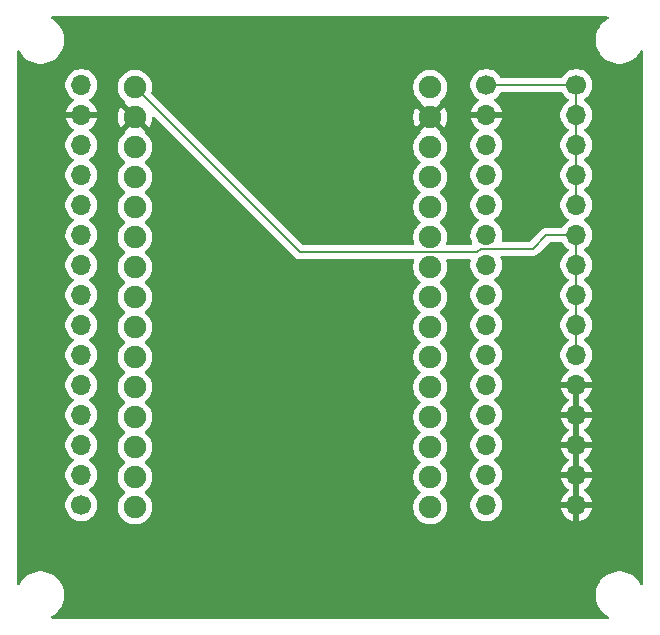
<source format=gbr>
%TF.GenerationSoftware,KiCad,Pcbnew,9.0.1-9.0.1-0~ubuntu24.04.1*%
%TF.CreationDate,2025-04-06T11:53:27+01:00*%
%TF.ProjectId,ESP32 Breakout Board,45535033-3220-4427-9265-616b6f757420,rev?*%
%TF.SameCoordinates,Original*%
%TF.FileFunction,Copper,L2,Bot*%
%TF.FilePolarity,Positive*%
%FSLAX46Y46*%
G04 Gerber Fmt 4.6, Leading zero omitted, Abs format (unit mm)*
G04 Created by KiCad (PCBNEW 9.0.1-9.0.1-0~ubuntu24.04.1) date 2025-04-06 11:53:27*
%MOMM*%
%LPD*%
G01*
G04 APERTURE LIST*
%TA.AperFunction,ComponentPad*%
%ADD10C,1.700000*%
%TD*%
%TA.AperFunction,ComponentPad*%
%ADD11O,1.700000X1.700000*%
%TD*%
%TA.AperFunction,ComponentPad*%
%ADD12C,1.905000*%
%TD*%
%TA.AperFunction,Conductor*%
%ADD13C,0.200000*%
%TD*%
G04 APERTURE END LIST*
D10*
%TO.P,J1,1,Pin_1*%
%TO.N,+5V*%
X166750000Y-77820000D03*
D11*
%TO.P,J1,2,Pin_2*%
%TO.N,GND*%
X166750000Y-80360000D03*
%TO.P,J1,3,Pin_3*%
%TO.N,Net-(E1-D13)*%
X166750000Y-82900000D03*
%TO.P,J1,4,Pin_4*%
%TO.N,Net-(E1-D12)*%
X166750000Y-85440000D03*
%TO.P,J1,5,Pin_5*%
%TO.N,Net-(E1-D14)*%
X166750000Y-87980000D03*
%TO.P,J1,6,Pin_6*%
%TO.N,Net-(E1-D27)*%
X166750000Y-90520000D03*
%TO.P,J1,7,Pin_7*%
%TO.N,Net-(E1-D26)*%
X166750000Y-93060000D03*
%TO.P,J1,8,Pin_8*%
%TO.N,Net-(E1-D25)*%
X166750000Y-95600000D03*
%TO.P,J1,9,Pin_9*%
%TO.N,Net-(E1-D33)*%
X166750000Y-98140000D03*
%TO.P,J1,10,Pin_10*%
%TO.N,Net-(E1-D32)*%
X166750000Y-100680000D03*
%TO.P,J1,11,Pin_11*%
%TO.N,Net-(E1-D35)*%
X166750000Y-103220000D03*
%TO.P,J1,12,Pin_12*%
%TO.N,Net-(E1-D34)*%
X166750000Y-105760000D03*
%TO.P,J1,13,Pin_13*%
%TO.N,Net-(E1-VN)*%
X166750000Y-108300000D03*
%TO.P,J1,14,Pin_14*%
%TO.N,Net-(E1-VP)*%
X166750000Y-110840000D03*
%TO.P,J1,15,Pin_15*%
%TO.N,Net-(E1-EN)*%
X166750000Y-113380000D03*
%TD*%
D12*
%TO.P,E1,0,3V3*%
%TO.N,+3V3*%
X137000000Y-78000000D03*
%TO.P,E1,1,GND*%
%TO.N,GND*%
X137000000Y-80540000D03*
%TO.P,E1,2,D15*%
%TO.N,Net-(E1-D15)*%
X137000000Y-83080000D03*
%TO.P,E1,3,D2*%
%TO.N,Net-(E1-D2)*%
X137000000Y-85620000D03*
%TO.P,E1,4,D4*%
%TO.N,Net-(E1-D4)*%
X137000000Y-88160000D03*
%TO.P,E1,5,D16*%
%TO.N,Net-(E1-D16)*%
X137000000Y-90700000D03*
%TO.P,E1,6,D17*%
%TO.N,Net-(E1-D17)*%
X137000000Y-93240000D03*
%TO.P,E1,7,D5*%
%TO.N,Net-(E1-D5)*%
X137000000Y-95780000D03*
%TO.P,E1,8,D18*%
%TO.N,Net-(E1-D18)*%
X137000000Y-98320000D03*
%TO.P,E1,9,D19*%
%TO.N,Net-(E1-D19)*%
X137000000Y-100860000D03*
%TO.P,E1,10,D21*%
%TO.N,Net-(E1-D21)*%
X137000000Y-103400000D03*
%TO.P,E1,11,RX0*%
%TO.N,Net-(E1-RX0)*%
X137000000Y-105940000D03*
%TO.P,E1,12,TX0*%
%TO.N,Net-(E1-TX0)*%
X137000000Y-108480000D03*
%TO.P,E1,13,D22*%
%TO.N,Net-(E1-D22)*%
X137000000Y-111020000D03*
%TO.P,E1,14,D23*%
%TO.N,Net-(E1-D23)*%
X137000000Y-113560000D03*
%TO.P,E1,15,VIN*%
%TO.N,+5V*%
X162000000Y-78000000D03*
%TO.P,E1,16,GND*%
%TO.N,GND*%
X162000000Y-80540000D03*
%TO.P,E1,17,D13*%
%TO.N,Net-(E1-D13)*%
X162000000Y-83080000D03*
%TO.P,E1,18,D12*%
%TO.N,Net-(E1-D12)*%
X162000000Y-85620000D03*
%TO.P,E1,19,D14*%
%TO.N,Net-(E1-D14)*%
X162000000Y-88160000D03*
%TO.P,E1,20,D27*%
%TO.N,Net-(E1-D27)*%
X162000000Y-90700000D03*
%TO.P,E1,21,D26*%
%TO.N,Net-(E1-D26)*%
X162000000Y-93240000D03*
%TO.P,E1,22,D25*%
%TO.N,Net-(E1-D25)*%
X162000000Y-95780000D03*
%TO.P,E1,23,D33*%
%TO.N,Net-(E1-D33)*%
X162000000Y-98320000D03*
%TO.P,E1,24,D32*%
%TO.N,Net-(E1-D32)*%
X162000000Y-100860000D03*
%TO.P,E1,25,D35*%
%TO.N,Net-(E1-D35)*%
X162000000Y-103400000D03*
%TO.P,E1,26,D34*%
%TO.N,Net-(E1-D34)*%
X162000000Y-105940000D03*
%TO.P,E1,27,VN*%
%TO.N,Net-(E1-VN)*%
X162000000Y-108480000D03*
%TO.P,E1,28,VP*%
%TO.N,Net-(E1-VP)*%
X162000000Y-111020000D03*
%TO.P,E1,29,EN*%
%TO.N,Net-(E1-EN)*%
X162000000Y-113560000D03*
%TD*%
D10*
%TO.P,J3,1,Pin_1*%
%TO.N,+5V*%
X174370000Y-77820000D03*
D11*
%TO.P,J3,2,Pin_2*%
X174370000Y-80360000D03*
%TO.P,J3,3,Pin_3*%
X174370000Y-82900000D03*
%TO.P,J3,4,Pin_4*%
X174370000Y-85440000D03*
%TO.P,J3,5,Pin_5*%
X174370000Y-87980000D03*
%TO.P,J3,6,Pin_6*%
%TO.N,+3V3*%
X174370000Y-90520000D03*
%TO.P,J3,7,Pin_7*%
X174370000Y-93060000D03*
%TO.P,J3,8,Pin_8*%
X174370000Y-95600000D03*
%TO.P,J3,9,Pin_9*%
X174370000Y-98140000D03*
%TO.P,J3,10,Pin_10*%
X174370000Y-100680000D03*
%TO.P,J3,11,Pin_11*%
%TO.N,GND*%
X174370000Y-103220000D03*
%TO.P,J3,12,Pin_12*%
X174370000Y-105760000D03*
%TO.P,J3,13,Pin_13*%
X174370000Y-108300000D03*
%TO.P,J3,14,Pin_14*%
X174370000Y-110840000D03*
%TO.P,J3,15,Pin_15*%
X174370000Y-113380000D03*
%TD*%
D10*
%TO.P,J2,1,Pin_1*%
%TO.N,Net-(E1-D23)*%
X132460000Y-113380000D03*
D11*
%TO.P,J2,2,Pin_2*%
%TO.N,Net-(E1-D22)*%
X132460000Y-110840000D03*
%TO.P,J2,3,Pin_3*%
%TO.N,Net-(E1-TX0)*%
X132460000Y-108300000D03*
%TO.P,J2,4,Pin_4*%
%TO.N,Net-(E1-RX0)*%
X132460000Y-105760000D03*
%TO.P,J2,5,Pin_5*%
%TO.N,Net-(E1-D21)*%
X132460000Y-103220000D03*
%TO.P,J2,6,Pin_6*%
%TO.N,Net-(E1-D19)*%
X132460000Y-100680000D03*
%TO.P,J2,7,Pin_7*%
%TO.N,Net-(E1-D18)*%
X132460000Y-98140000D03*
%TO.P,J2,8,Pin_8*%
%TO.N,Net-(E1-D5)*%
X132460000Y-95600000D03*
%TO.P,J2,9,Pin_9*%
%TO.N,Net-(E1-D17)*%
X132460000Y-93060000D03*
%TO.P,J2,10,Pin_10*%
%TO.N,Net-(E1-D16)*%
X132460000Y-90520000D03*
%TO.P,J2,11,Pin_11*%
%TO.N,Net-(E1-D4)*%
X132460000Y-87980000D03*
%TO.P,J2,12,Pin_12*%
%TO.N,Net-(E1-D2)*%
X132460000Y-85440000D03*
%TO.P,J2,13,Pin_13*%
%TO.N,Net-(E1-D15)*%
X132460000Y-82900000D03*
%TO.P,J2,14,Pin_14*%
%TO.N,GND*%
X132460000Y-80360000D03*
%TO.P,J2,15,Pin_15*%
%TO.N,+3V3*%
X132460000Y-77820000D03*
%TD*%
D13*
%TO.N,+5V*%
X166750000Y-77820000D02*
X174370000Y-77820000D01*
X174370000Y-77820000D02*
X174370000Y-87980000D01*
%TO.N,+3V3*%
X174370000Y-90520000D02*
X174370000Y-100680000D01*
X171830000Y-90520000D02*
X170679000Y-91671000D01*
X170679000Y-91671000D02*
X166273240Y-91671000D01*
X166273240Y-91671000D02*
X165990740Y-91953500D01*
X174370000Y-90520000D02*
X171830000Y-90520000D01*
X150953500Y-91953500D02*
X137000000Y-78000000D01*
X165990740Y-91953500D02*
X150953500Y-91953500D01*
%TD*%
%TA.AperFunction,Conductor*%
%TO.N,GND*%
G36*
X174620000Y-112946988D02*
G01*
X174562993Y-112914075D01*
X174435826Y-112880000D01*
X174304174Y-112880000D01*
X174177007Y-112914075D01*
X174120000Y-112946988D01*
X174120000Y-111273012D01*
X174177007Y-111305925D01*
X174304174Y-111340000D01*
X174435826Y-111340000D01*
X174562993Y-111305925D01*
X174620000Y-111273012D01*
X174620000Y-112946988D01*
G37*
%TD.AperFunction*%
%TA.AperFunction,Conductor*%
G36*
X174620000Y-110406988D02*
G01*
X174562993Y-110374075D01*
X174435826Y-110340000D01*
X174304174Y-110340000D01*
X174177007Y-110374075D01*
X174120000Y-110406988D01*
X174120000Y-108733012D01*
X174177007Y-108765925D01*
X174304174Y-108800000D01*
X174435826Y-108800000D01*
X174562993Y-108765925D01*
X174620000Y-108733012D01*
X174620000Y-110406988D01*
G37*
%TD.AperFunction*%
%TA.AperFunction,Conductor*%
G36*
X174620000Y-107866988D02*
G01*
X174562993Y-107834075D01*
X174435826Y-107800000D01*
X174304174Y-107800000D01*
X174177007Y-107834075D01*
X174120000Y-107866988D01*
X174120000Y-106193012D01*
X174177007Y-106225925D01*
X174304174Y-106260000D01*
X174435826Y-106260000D01*
X174562993Y-106225925D01*
X174620000Y-106193012D01*
X174620000Y-107866988D01*
G37*
%TD.AperFunction*%
%TA.AperFunction,Conductor*%
G36*
X174620000Y-105326988D02*
G01*
X174562993Y-105294075D01*
X174435826Y-105260000D01*
X174304174Y-105260000D01*
X174177007Y-105294075D01*
X174120000Y-105326988D01*
X174120000Y-103653012D01*
X174177007Y-103685925D01*
X174304174Y-103720000D01*
X174435826Y-103720000D01*
X174562993Y-103685925D01*
X174620000Y-103653012D01*
X174620000Y-105326988D01*
G37*
%TD.AperFunction*%
%TA.AperFunction,Conductor*%
G36*
X173151320Y-78440185D02*
G01*
X173194765Y-78488205D01*
X173214947Y-78527814D01*
X173214948Y-78527815D01*
X173339890Y-78699786D01*
X173490213Y-78850109D01*
X173662182Y-78975050D01*
X173670946Y-78979516D01*
X173721742Y-79027491D01*
X173738536Y-79095312D01*
X173715998Y-79161447D01*
X173670946Y-79200484D01*
X173662182Y-79204949D01*
X173490213Y-79329890D01*
X173339890Y-79480213D01*
X173214951Y-79652179D01*
X173118444Y-79841585D01*
X173052753Y-80043760D01*
X173019500Y-80253713D01*
X173019500Y-80466286D01*
X173049280Y-80654313D01*
X173052754Y-80676243D01*
X173072447Y-80736853D01*
X173118444Y-80878414D01*
X173214951Y-81067820D01*
X173339890Y-81239786D01*
X173490213Y-81390109D01*
X173662182Y-81515050D01*
X173670946Y-81519516D01*
X173721742Y-81567491D01*
X173738536Y-81635312D01*
X173715998Y-81701447D01*
X173670946Y-81740484D01*
X173662182Y-81744949D01*
X173490213Y-81869890D01*
X173339890Y-82020213D01*
X173214951Y-82192179D01*
X173118444Y-82381585D01*
X173052753Y-82583760D01*
X173019500Y-82793713D01*
X173019500Y-83006286D01*
X173052753Y-83216239D01*
X173118444Y-83418414D01*
X173214951Y-83607820D01*
X173339890Y-83779786D01*
X173490213Y-83930109D01*
X173662182Y-84055050D01*
X173670946Y-84059516D01*
X173721742Y-84107491D01*
X173738536Y-84175312D01*
X173715998Y-84241447D01*
X173670946Y-84280484D01*
X173662182Y-84284949D01*
X173490213Y-84409890D01*
X173339890Y-84560213D01*
X173214951Y-84732179D01*
X173118444Y-84921585D01*
X173052753Y-85123760D01*
X173019500Y-85333713D01*
X173019500Y-85546286D01*
X173052753Y-85756239D01*
X173118444Y-85958414D01*
X173214951Y-86147820D01*
X173339890Y-86319786D01*
X173490213Y-86470109D01*
X173662182Y-86595050D01*
X173670946Y-86599516D01*
X173721742Y-86647491D01*
X173738536Y-86715312D01*
X173715998Y-86781447D01*
X173670946Y-86820484D01*
X173662182Y-86824949D01*
X173490213Y-86949890D01*
X173339890Y-87100213D01*
X173214951Y-87272179D01*
X173118444Y-87461585D01*
X173052753Y-87663760D01*
X173019500Y-87873713D01*
X173019500Y-88086286D01*
X173052753Y-88296239D01*
X173118444Y-88498414D01*
X173214951Y-88687820D01*
X173339890Y-88859786D01*
X173490213Y-89010109D01*
X173662182Y-89135050D01*
X173670946Y-89139516D01*
X173721742Y-89187491D01*
X173738536Y-89255312D01*
X173715998Y-89321447D01*
X173670946Y-89360484D01*
X173662182Y-89364949D01*
X173490213Y-89489890D01*
X173339890Y-89640213D01*
X173214948Y-89812184D01*
X173214947Y-89812185D01*
X173194765Y-89851795D01*
X173146791Y-89902591D01*
X173084281Y-89919500D01*
X171916670Y-89919500D01*
X171916654Y-89919499D01*
X171909058Y-89919499D01*
X171750943Y-89919499D01*
X171643587Y-89948265D01*
X171598210Y-89960424D01*
X171598209Y-89960425D01*
X171548096Y-89989359D01*
X171548095Y-89989360D01*
X171504689Y-90014420D01*
X171461285Y-90039479D01*
X171461282Y-90039481D01*
X171349478Y-90151286D01*
X170466584Y-91034181D01*
X170405261Y-91067666D01*
X170378903Y-91070500D01*
X168161802Y-91070500D01*
X168094763Y-91050815D01*
X168049008Y-90998011D01*
X168039064Y-90928853D01*
X168043871Y-90908182D01*
X168067246Y-90836243D01*
X168100500Y-90626287D01*
X168100500Y-90413713D01*
X168067246Y-90203757D01*
X168001557Y-90001588D01*
X167905051Y-89812184D01*
X167905049Y-89812181D01*
X167905048Y-89812179D01*
X167780109Y-89640213D01*
X167629786Y-89489890D01*
X167457820Y-89364951D01*
X167457115Y-89364591D01*
X167449054Y-89360485D01*
X167398259Y-89312512D01*
X167381463Y-89244692D01*
X167403999Y-89178556D01*
X167449054Y-89139515D01*
X167457816Y-89135051D01*
X167497023Y-89106566D01*
X167629786Y-89010109D01*
X167629788Y-89010106D01*
X167629792Y-89010104D01*
X167780104Y-88859792D01*
X167780106Y-88859788D01*
X167780109Y-88859786D01*
X167905048Y-88687820D01*
X167905047Y-88687820D01*
X167905051Y-88687816D01*
X168001557Y-88498412D01*
X168067246Y-88296243D01*
X168100500Y-88086287D01*
X168100500Y-87873713D01*
X168067246Y-87663757D01*
X168001557Y-87461588D01*
X167905051Y-87272184D01*
X167905049Y-87272181D01*
X167905048Y-87272179D01*
X167780109Y-87100213D01*
X167629786Y-86949890D01*
X167457820Y-86824951D01*
X167457115Y-86824591D01*
X167449054Y-86820485D01*
X167398259Y-86772512D01*
X167381463Y-86704692D01*
X167403999Y-86638556D01*
X167449054Y-86599515D01*
X167457816Y-86595051D01*
X167497023Y-86566566D01*
X167629786Y-86470109D01*
X167629788Y-86470106D01*
X167629792Y-86470104D01*
X167780104Y-86319792D01*
X167780106Y-86319788D01*
X167780109Y-86319786D01*
X167905048Y-86147820D01*
X167905047Y-86147820D01*
X167905051Y-86147816D01*
X168001557Y-85958412D01*
X168067246Y-85756243D01*
X168100500Y-85546287D01*
X168100500Y-85333713D01*
X168067246Y-85123757D01*
X168001557Y-84921588D01*
X167905051Y-84732184D01*
X167905049Y-84732181D01*
X167905048Y-84732179D01*
X167780109Y-84560213D01*
X167629786Y-84409890D01*
X167457820Y-84284951D01*
X167457115Y-84284591D01*
X167449054Y-84280485D01*
X167398259Y-84232512D01*
X167381463Y-84164692D01*
X167403999Y-84098556D01*
X167449054Y-84059515D01*
X167457816Y-84055051D01*
X167497023Y-84026566D01*
X167629786Y-83930109D01*
X167629788Y-83930106D01*
X167629792Y-83930104D01*
X167780104Y-83779792D01*
X167780106Y-83779788D01*
X167780109Y-83779786D01*
X167905048Y-83607820D01*
X167905047Y-83607820D01*
X167905051Y-83607816D01*
X168001557Y-83418412D01*
X168067246Y-83216243D01*
X168100500Y-83006287D01*
X168100500Y-82793713D01*
X168067246Y-82583757D01*
X168001557Y-82381588D01*
X167905051Y-82192184D01*
X167905049Y-82192181D01*
X167905048Y-82192179D01*
X167780109Y-82020213D01*
X167629786Y-81869890D01*
X167457817Y-81744949D01*
X167448504Y-81740204D01*
X167397707Y-81692230D01*
X167380912Y-81624409D01*
X167403449Y-81558274D01*
X167448507Y-81519232D01*
X167457558Y-81514620D01*
X167629459Y-81389727D01*
X167629464Y-81389723D01*
X167779723Y-81239464D01*
X167779727Y-81239459D01*
X167904620Y-81067557D01*
X168001095Y-80878217D01*
X168066757Y-80676129D01*
X168066757Y-80676126D01*
X168077231Y-80610000D01*
X167183012Y-80610000D01*
X167215925Y-80552993D01*
X167250000Y-80425826D01*
X167250000Y-80294174D01*
X167215925Y-80167007D01*
X167183012Y-80110000D01*
X168077231Y-80110000D01*
X168066757Y-80043873D01*
X168066757Y-80043870D01*
X168001095Y-79841782D01*
X167904620Y-79652442D01*
X167779727Y-79480540D01*
X167779723Y-79480535D01*
X167629464Y-79330276D01*
X167629459Y-79330272D01*
X167457555Y-79205377D01*
X167448500Y-79200763D01*
X167397706Y-79152788D01*
X167380912Y-79084966D01*
X167403451Y-79018832D01*
X167448508Y-78979793D01*
X167457816Y-78975051D01*
X167537007Y-78917515D01*
X167629786Y-78850109D01*
X167629788Y-78850106D01*
X167629792Y-78850104D01*
X167780104Y-78699792D01*
X167780106Y-78699788D01*
X167780109Y-78699786D01*
X167838661Y-78619193D01*
X167905051Y-78527816D01*
X167905349Y-78527230D01*
X167925235Y-78488205D01*
X167973209Y-78437409D01*
X168035719Y-78420500D01*
X173084281Y-78420500D01*
X173151320Y-78440185D01*
G37*
%TD.AperFunction*%
%TA.AperFunction,Conductor*%
G36*
X177066501Y-72020185D02*
G01*
X177112256Y-72072989D01*
X177122200Y-72142147D01*
X177093175Y-72205703D01*
X177061462Y-72231887D01*
X176886196Y-72333075D01*
X176678148Y-72492718D01*
X176492718Y-72678148D01*
X176333075Y-72886196D01*
X176201958Y-73113299D01*
X176201953Y-73113309D01*
X176101605Y-73355571D01*
X176101602Y-73355581D01*
X176033730Y-73608885D01*
X175999500Y-73868872D01*
X175999500Y-74131127D01*
X176020436Y-74290140D01*
X176033730Y-74391116D01*
X176055178Y-74471161D01*
X176101602Y-74644418D01*
X176101605Y-74644428D01*
X176201953Y-74886690D01*
X176201958Y-74886700D01*
X176333075Y-75113803D01*
X176492718Y-75321851D01*
X176492726Y-75321860D01*
X176678140Y-75507274D01*
X176678148Y-75507281D01*
X176886196Y-75666924D01*
X177113299Y-75798041D01*
X177113309Y-75798046D01*
X177355571Y-75898394D01*
X177355581Y-75898398D01*
X177608884Y-75966270D01*
X177868880Y-76000500D01*
X177868887Y-76000500D01*
X178131113Y-76000500D01*
X178131120Y-76000500D01*
X178391116Y-75966270D01*
X178644419Y-75898398D01*
X178886697Y-75798043D01*
X179113803Y-75666924D01*
X179321851Y-75507282D01*
X179321855Y-75507277D01*
X179321860Y-75507274D01*
X179507274Y-75321860D01*
X179507277Y-75321855D01*
X179507282Y-75321851D01*
X179666924Y-75113803D01*
X179735695Y-74994687D01*
X179768113Y-74938538D01*
X179818679Y-74890322D01*
X179887286Y-74877098D01*
X179952151Y-74903066D01*
X179992680Y-74959980D01*
X179999500Y-75000537D01*
X179999500Y-119999462D01*
X179979815Y-120066501D01*
X179927011Y-120112256D01*
X179857853Y-120122200D01*
X179794297Y-120093175D01*
X179768113Y-120061462D01*
X179666924Y-119886196D01*
X179507281Y-119678148D01*
X179507274Y-119678140D01*
X179321860Y-119492726D01*
X179321851Y-119492718D01*
X179113803Y-119333075D01*
X178886700Y-119201958D01*
X178886690Y-119201953D01*
X178644428Y-119101605D01*
X178644421Y-119101603D01*
X178644419Y-119101602D01*
X178391116Y-119033730D01*
X178333339Y-119026123D01*
X178131127Y-118999500D01*
X178131120Y-118999500D01*
X177868880Y-118999500D01*
X177868872Y-118999500D01*
X177637772Y-119029926D01*
X177608884Y-119033730D01*
X177355581Y-119101602D01*
X177355571Y-119101605D01*
X177113309Y-119201953D01*
X177113299Y-119201958D01*
X176886196Y-119333075D01*
X176678148Y-119492718D01*
X176492718Y-119678148D01*
X176333075Y-119886196D01*
X176201958Y-120113299D01*
X176201953Y-120113309D01*
X176101605Y-120355571D01*
X176101602Y-120355581D01*
X176033730Y-120608885D01*
X175999500Y-120868872D01*
X175999500Y-121131127D01*
X176020436Y-121290140D01*
X176033730Y-121391116D01*
X176098831Y-121634076D01*
X176101602Y-121644418D01*
X176101605Y-121644428D01*
X176201953Y-121886690D01*
X176201958Y-121886700D01*
X176333075Y-122113803D01*
X176492718Y-122321851D01*
X176492726Y-122321860D01*
X176678140Y-122507274D01*
X176678148Y-122507281D01*
X176886196Y-122666924D01*
X177061462Y-122768113D01*
X177109677Y-122818680D01*
X177122901Y-122887287D01*
X177096933Y-122952151D01*
X177040019Y-122992680D01*
X176999462Y-122999500D01*
X130000538Y-122999500D01*
X129933499Y-122979815D01*
X129887744Y-122927011D01*
X129877800Y-122857853D01*
X129906825Y-122794297D01*
X129938538Y-122768113D01*
X130113803Y-122666924D01*
X130321851Y-122507282D01*
X130321855Y-122507277D01*
X130321860Y-122507274D01*
X130507274Y-122321860D01*
X130507277Y-122321855D01*
X130507282Y-122321851D01*
X130666924Y-122113803D01*
X130798043Y-121886697D01*
X130898398Y-121644419D01*
X130966270Y-121391116D01*
X131000500Y-121131120D01*
X131000500Y-120868880D01*
X130966270Y-120608884D01*
X130898398Y-120355581D01*
X130802019Y-120122901D01*
X130798046Y-120113309D01*
X130798041Y-120113299D01*
X130666924Y-119886196D01*
X130507281Y-119678148D01*
X130507274Y-119678140D01*
X130321860Y-119492726D01*
X130321851Y-119492718D01*
X130113803Y-119333075D01*
X129886700Y-119201958D01*
X129886690Y-119201953D01*
X129644428Y-119101605D01*
X129644421Y-119101603D01*
X129644419Y-119101602D01*
X129391116Y-119033730D01*
X129333339Y-119026123D01*
X129131127Y-118999500D01*
X129131120Y-118999500D01*
X128868880Y-118999500D01*
X128868872Y-118999500D01*
X128637772Y-119029926D01*
X128608884Y-119033730D01*
X128355581Y-119101602D01*
X128355571Y-119101605D01*
X128113309Y-119201953D01*
X128113299Y-119201958D01*
X127886196Y-119333075D01*
X127678148Y-119492718D01*
X127492718Y-119678148D01*
X127333075Y-119886196D01*
X127231887Y-120061462D01*
X127181320Y-120109677D01*
X127112713Y-120122901D01*
X127047849Y-120096933D01*
X127007320Y-120040019D01*
X127000500Y-119999462D01*
X127000500Y-77713713D01*
X131109500Y-77713713D01*
X131109500Y-77926286D01*
X131142753Y-78136239D01*
X131208444Y-78338414D01*
X131304951Y-78527820D01*
X131429890Y-78699786D01*
X131580213Y-78850109D01*
X131752179Y-78975048D01*
X131752181Y-78975049D01*
X131752184Y-78975051D01*
X131761493Y-78979794D01*
X131812290Y-79027766D01*
X131829087Y-79095587D01*
X131806552Y-79161722D01*
X131761502Y-79200762D01*
X131752443Y-79205378D01*
X131580540Y-79330272D01*
X131580535Y-79330276D01*
X131430276Y-79480535D01*
X131430272Y-79480540D01*
X131305379Y-79652442D01*
X131208904Y-79841782D01*
X131143242Y-80043870D01*
X131143242Y-80043873D01*
X131132769Y-80110000D01*
X132026988Y-80110000D01*
X131994075Y-80167007D01*
X131960000Y-80294174D01*
X131960000Y-80425826D01*
X131994075Y-80552993D01*
X132026988Y-80610000D01*
X131132769Y-80610000D01*
X131143242Y-80676126D01*
X131143242Y-80676129D01*
X131208904Y-80878217D01*
X131305379Y-81067557D01*
X131430272Y-81239459D01*
X131430276Y-81239464D01*
X131580535Y-81389723D01*
X131580540Y-81389727D01*
X131752444Y-81514622D01*
X131761495Y-81519234D01*
X131812292Y-81567208D01*
X131829087Y-81635029D01*
X131806550Y-81701164D01*
X131761499Y-81740202D01*
X131752182Y-81744949D01*
X131580213Y-81869890D01*
X131429890Y-82020213D01*
X131304951Y-82192179D01*
X131208444Y-82381585D01*
X131142753Y-82583760D01*
X131109500Y-82793713D01*
X131109500Y-83006286D01*
X131142753Y-83216239D01*
X131208444Y-83418414D01*
X131304951Y-83607820D01*
X131429890Y-83779786D01*
X131580213Y-83930109D01*
X131752182Y-84055050D01*
X131760946Y-84059516D01*
X131811742Y-84107491D01*
X131828536Y-84175312D01*
X131805998Y-84241447D01*
X131760946Y-84280484D01*
X131752182Y-84284949D01*
X131580213Y-84409890D01*
X131429890Y-84560213D01*
X131304951Y-84732179D01*
X131208444Y-84921585D01*
X131142753Y-85123760D01*
X131109500Y-85333713D01*
X131109500Y-85546286D01*
X131142753Y-85756239D01*
X131208444Y-85958414D01*
X131304951Y-86147820D01*
X131429890Y-86319786D01*
X131580213Y-86470109D01*
X131752182Y-86595050D01*
X131760946Y-86599516D01*
X131811742Y-86647491D01*
X131828536Y-86715312D01*
X131805998Y-86781447D01*
X131760946Y-86820484D01*
X131752182Y-86824949D01*
X131580213Y-86949890D01*
X131429890Y-87100213D01*
X131304951Y-87272179D01*
X131208444Y-87461585D01*
X131142753Y-87663760D01*
X131109500Y-87873713D01*
X131109500Y-88086286D01*
X131142753Y-88296239D01*
X131208444Y-88498414D01*
X131304951Y-88687820D01*
X131429890Y-88859786D01*
X131580213Y-89010109D01*
X131752182Y-89135050D01*
X131760946Y-89139516D01*
X131811742Y-89187491D01*
X131828536Y-89255312D01*
X131805998Y-89321447D01*
X131760946Y-89360484D01*
X131752182Y-89364949D01*
X131580213Y-89489890D01*
X131429890Y-89640213D01*
X131304951Y-89812179D01*
X131208444Y-90001585D01*
X131142753Y-90203760D01*
X131118047Y-90359750D01*
X131109500Y-90413713D01*
X131109500Y-90626287D01*
X131142754Y-90836243D01*
X131207068Y-91034181D01*
X131208444Y-91038414D01*
X131304951Y-91227820D01*
X131429890Y-91399786D01*
X131580213Y-91550109D01*
X131752182Y-91675050D01*
X131760946Y-91679516D01*
X131811742Y-91727491D01*
X131828536Y-91795312D01*
X131805998Y-91861447D01*
X131760946Y-91900484D01*
X131752182Y-91904949D01*
X131580213Y-92029890D01*
X131429890Y-92180213D01*
X131304951Y-92352179D01*
X131208444Y-92541585D01*
X131142753Y-92743760D01*
X131109500Y-92953713D01*
X131109500Y-93166286D01*
X131142753Y-93376239D01*
X131208444Y-93578414D01*
X131304951Y-93767820D01*
X131429890Y-93939786D01*
X131580213Y-94090109D01*
X131752182Y-94215050D01*
X131760946Y-94219516D01*
X131811742Y-94267491D01*
X131828536Y-94335312D01*
X131805998Y-94401447D01*
X131760946Y-94440484D01*
X131752182Y-94444949D01*
X131580213Y-94569890D01*
X131429890Y-94720213D01*
X131304951Y-94892179D01*
X131208444Y-95081585D01*
X131142753Y-95283760D01*
X131109500Y-95493713D01*
X131109500Y-95706286D01*
X131142753Y-95916239D01*
X131208444Y-96118414D01*
X131304951Y-96307820D01*
X131429890Y-96479786D01*
X131580213Y-96630109D01*
X131752182Y-96755050D01*
X131760946Y-96759516D01*
X131811742Y-96807491D01*
X131828536Y-96875312D01*
X131805998Y-96941447D01*
X131760946Y-96980484D01*
X131752182Y-96984949D01*
X131580213Y-97109890D01*
X131429890Y-97260213D01*
X131304951Y-97432179D01*
X131208444Y-97621585D01*
X131142753Y-97823760D01*
X131109500Y-98033713D01*
X131109500Y-98246286D01*
X131142753Y-98456239D01*
X131208444Y-98658414D01*
X131304951Y-98847820D01*
X131429890Y-99019786D01*
X131580213Y-99170109D01*
X131752182Y-99295050D01*
X131760946Y-99299516D01*
X131811742Y-99347491D01*
X131828536Y-99415312D01*
X131805998Y-99481447D01*
X131760946Y-99520484D01*
X131752182Y-99524949D01*
X131580213Y-99649890D01*
X131429890Y-99800213D01*
X131304951Y-99972179D01*
X131208444Y-100161585D01*
X131142753Y-100363760D01*
X131109500Y-100573713D01*
X131109500Y-100786286D01*
X131142753Y-100996239D01*
X131208444Y-101198414D01*
X131304951Y-101387820D01*
X131429890Y-101559786D01*
X131580213Y-101710109D01*
X131752182Y-101835050D01*
X131760946Y-101839516D01*
X131811742Y-101887491D01*
X131828536Y-101955312D01*
X131805998Y-102021447D01*
X131760946Y-102060484D01*
X131752182Y-102064949D01*
X131580213Y-102189890D01*
X131429890Y-102340213D01*
X131304951Y-102512179D01*
X131208444Y-102701585D01*
X131142753Y-102903760D01*
X131109500Y-103113713D01*
X131109500Y-103326286D01*
X131142753Y-103536239D01*
X131208444Y-103738414D01*
X131304951Y-103927820D01*
X131429890Y-104099786D01*
X131580213Y-104250109D01*
X131752182Y-104375050D01*
X131760946Y-104379516D01*
X131811742Y-104427491D01*
X131828536Y-104495312D01*
X131805998Y-104561447D01*
X131760946Y-104600484D01*
X131752182Y-104604949D01*
X131580213Y-104729890D01*
X131429890Y-104880213D01*
X131304951Y-105052179D01*
X131208444Y-105241585D01*
X131142753Y-105443760D01*
X131109500Y-105653713D01*
X131109500Y-105866286D01*
X131142753Y-106076239D01*
X131208444Y-106278414D01*
X131304951Y-106467820D01*
X131429890Y-106639786D01*
X131580213Y-106790109D01*
X131752182Y-106915050D01*
X131760946Y-106919516D01*
X131811742Y-106967491D01*
X131828536Y-107035312D01*
X131805998Y-107101447D01*
X131760946Y-107140484D01*
X131752182Y-107144949D01*
X131580213Y-107269890D01*
X131429890Y-107420213D01*
X131304951Y-107592179D01*
X131208444Y-107781585D01*
X131142753Y-107983760D01*
X131109500Y-108193713D01*
X131109500Y-108406286D01*
X131142753Y-108616239D01*
X131208444Y-108818414D01*
X131304951Y-109007820D01*
X131429890Y-109179786D01*
X131580213Y-109330109D01*
X131752182Y-109455050D01*
X131760946Y-109459516D01*
X131811742Y-109507491D01*
X131828536Y-109575312D01*
X131805998Y-109641447D01*
X131760946Y-109680484D01*
X131752182Y-109684949D01*
X131580213Y-109809890D01*
X131429890Y-109960213D01*
X131304951Y-110132179D01*
X131208444Y-110321585D01*
X131142753Y-110523760D01*
X131109500Y-110733713D01*
X131109500Y-110946286D01*
X131142753Y-111156239D01*
X131208444Y-111358414D01*
X131304951Y-111547820D01*
X131429890Y-111719786D01*
X131580213Y-111870109D01*
X131752182Y-111995050D01*
X131760946Y-111999516D01*
X131811742Y-112047491D01*
X131828536Y-112115312D01*
X131805998Y-112181447D01*
X131760946Y-112220484D01*
X131752182Y-112224949D01*
X131580213Y-112349890D01*
X131429890Y-112500213D01*
X131304951Y-112672179D01*
X131208444Y-112861585D01*
X131142753Y-113063760D01*
X131109500Y-113273713D01*
X131109500Y-113486286D01*
X131142753Y-113696239D01*
X131208444Y-113898414D01*
X131304951Y-114087820D01*
X131429890Y-114259786D01*
X131580213Y-114410109D01*
X131752179Y-114535048D01*
X131752181Y-114535049D01*
X131752184Y-114535051D01*
X131941588Y-114631557D01*
X132143757Y-114697246D01*
X132353713Y-114730500D01*
X132353714Y-114730500D01*
X132566286Y-114730500D01*
X132566287Y-114730500D01*
X132776243Y-114697246D01*
X132978412Y-114631557D01*
X133167816Y-114535051D01*
X133207023Y-114506566D01*
X133339786Y-114410109D01*
X133339788Y-114410106D01*
X133339792Y-114410104D01*
X133490104Y-114259792D01*
X133490106Y-114259788D01*
X133490109Y-114259786D01*
X133615048Y-114087820D01*
X133615047Y-114087820D01*
X133615051Y-114087816D01*
X133711557Y-113898412D01*
X133777246Y-113696243D01*
X133810500Y-113486287D01*
X133810500Y-113273713D01*
X133777246Y-113063757D01*
X133711557Y-112861588D01*
X133615051Y-112672184D01*
X133615049Y-112672181D01*
X133615048Y-112672179D01*
X133490109Y-112500213D01*
X133339786Y-112349890D01*
X133167820Y-112224951D01*
X133167115Y-112224591D01*
X133159054Y-112220485D01*
X133108259Y-112172512D01*
X133091463Y-112104692D01*
X133113999Y-112038556D01*
X133159054Y-111999515D01*
X133167816Y-111995051D01*
X133207023Y-111966566D01*
X133339786Y-111870109D01*
X133339788Y-111870106D01*
X133339792Y-111870104D01*
X133490104Y-111719792D01*
X133490106Y-111719788D01*
X133490109Y-111719786D01*
X133615048Y-111547820D01*
X133615047Y-111547820D01*
X133615051Y-111547816D01*
X133711557Y-111358412D01*
X133777246Y-111156243D01*
X133810500Y-110946287D01*
X133810500Y-110733713D01*
X133777246Y-110523757D01*
X133711557Y-110321588D01*
X133615051Y-110132184D01*
X133615049Y-110132181D01*
X133615048Y-110132179D01*
X133490109Y-109960213D01*
X133339786Y-109809890D01*
X133167820Y-109684951D01*
X133167115Y-109684591D01*
X133159054Y-109680485D01*
X133108259Y-109632512D01*
X133091463Y-109564692D01*
X133113999Y-109498556D01*
X133159054Y-109459515D01*
X133167816Y-109455051D01*
X133207023Y-109426566D01*
X133339786Y-109330109D01*
X133339788Y-109330106D01*
X133339792Y-109330104D01*
X133490104Y-109179792D01*
X133490106Y-109179788D01*
X133490109Y-109179786D01*
X133615048Y-109007820D01*
X133615047Y-109007820D01*
X133615051Y-109007816D01*
X133711557Y-108818412D01*
X133777246Y-108616243D01*
X133810500Y-108406287D01*
X133810500Y-108193713D01*
X133777246Y-107983757D01*
X133711557Y-107781588D01*
X133615051Y-107592184D01*
X133615049Y-107592181D01*
X133615048Y-107592179D01*
X133490109Y-107420213D01*
X133339786Y-107269890D01*
X133167820Y-107144951D01*
X133167115Y-107144591D01*
X133159054Y-107140485D01*
X133108259Y-107092512D01*
X133091463Y-107024692D01*
X133113999Y-106958556D01*
X133159054Y-106919515D01*
X133167816Y-106915051D01*
X133207023Y-106886566D01*
X133339786Y-106790109D01*
X133339788Y-106790106D01*
X133339792Y-106790104D01*
X133490104Y-106639792D01*
X133490106Y-106639788D01*
X133490109Y-106639786D01*
X133615048Y-106467820D01*
X133615047Y-106467820D01*
X133615051Y-106467816D01*
X133711557Y-106278412D01*
X133777246Y-106076243D01*
X133810500Y-105866287D01*
X133810500Y-105653713D01*
X133777246Y-105443757D01*
X133711557Y-105241588D01*
X133615051Y-105052184D01*
X133615049Y-105052181D01*
X133615048Y-105052179D01*
X133490109Y-104880213D01*
X133339786Y-104729890D01*
X133167820Y-104604951D01*
X133167115Y-104604591D01*
X133159054Y-104600485D01*
X133108259Y-104552512D01*
X133091463Y-104484692D01*
X133113999Y-104418556D01*
X133159054Y-104379515D01*
X133167816Y-104375051D01*
X133207023Y-104346566D01*
X133339786Y-104250109D01*
X133339788Y-104250106D01*
X133339792Y-104250104D01*
X133490104Y-104099792D01*
X133490106Y-104099788D01*
X133490109Y-104099786D01*
X133615048Y-103927820D01*
X133615047Y-103927820D01*
X133615051Y-103927816D01*
X133711557Y-103738412D01*
X133777246Y-103536243D01*
X133810500Y-103326287D01*
X133810500Y-103113713D01*
X133777246Y-102903757D01*
X133711557Y-102701588D01*
X133615051Y-102512184D01*
X133615049Y-102512181D01*
X133615048Y-102512179D01*
X133490109Y-102340213D01*
X133339786Y-102189890D01*
X133167820Y-102064951D01*
X133159600Y-102060763D01*
X133159054Y-102060485D01*
X133108259Y-102012512D01*
X133091463Y-101944692D01*
X133113999Y-101878556D01*
X133159054Y-101839515D01*
X133167816Y-101835051D01*
X133207023Y-101806566D01*
X133339786Y-101710109D01*
X133339788Y-101710106D01*
X133339792Y-101710104D01*
X133490104Y-101559792D01*
X133490106Y-101559788D01*
X133490109Y-101559786D01*
X133615048Y-101387820D01*
X133615047Y-101387820D01*
X133615051Y-101387816D01*
X133711557Y-101198412D01*
X133777246Y-100996243D01*
X133810500Y-100786287D01*
X133810500Y-100573713D01*
X133777246Y-100363757D01*
X133711557Y-100161588D01*
X133615051Y-99972184D01*
X133615049Y-99972181D01*
X133615048Y-99972179D01*
X133490109Y-99800213D01*
X133339786Y-99649890D01*
X133167820Y-99524951D01*
X133167115Y-99524591D01*
X133159054Y-99520485D01*
X133108259Y-99472512D01*
X133091463Y-99404692D01*
X133113999Y-99338556D01*
X133159054Y-99299515D01*
X133167816Y-99295051D01*
X133207023Y-99266566D01*
X133339786Y-99170109D01*
X133339788Y-99170106D01*
X133339792Y-99170104D01*
X133490104Y-99019792D01*
X133490106Y-99019788D01*
X133490109Y-99019786D01*
X133615048Y-98847820D01*
X133615047Y-98847820D01*
X133615051Y-98847816D01*
X133711557Y-98658412D01*
X133777246Y-98456243D01*
X133810500Y-98246287D01*
X133810500Y-98033713D01*
X133777246Y-97823757D01*
X133711557Y-97621588D01*
X133615051Y-97432184D01*
X133615049Y-97432181D01*
X133615048Y-97432179D01*
X133490109Y-97260213D01*
X133339786Y-97109890D01*
X133167820Y-96984951D01*
X133167115Y-96984591D01*
X133159054Y-96980485D01*
X133108259Y-96932512D01*
X133091463Y-96864692D01*
X133113999Y-96798556D01*
X133159054Y-96759515D01*
X133167816Y-96755051D01*
X133207023Y-96726566D01*
X133339786Y-96630109D01*
X133339788Y-96630106D01*
X133339792Y-96630104D01*
X133490104Y-96479792D01*
X133490106Y-96479788D01*
X133490109Y-96479786D01*
X133615048Y-96307820D01*
X133615047Y-96307820D01*
X133615051Y-96307816D01*
X133711557Y-96118412D01*
X133777246Y-95916243D01*
X133810500Y-95706287D01*
X133810500Y-95493713D01*
X133777246Y-95283757D01*
X133711557Y-95081588D01*
X133615051Y-94892184D01*
X133615049Y-94892181D01*
X133615048Y-94892179D01*
X133490109Y-94720213D01*
X133339786Y-94569890D01*
X133167820Y-94444951D01*
X133167115Y-94444591D01*
X133159054Y-94440485D01*
X133108259Y-94392512D01*
X133091463Y-94324692D01*
X133113999Y-94258556D01*
X133159054Y-94219515D01*
X133167816Y-94215051D01*
X133207023Y-94186566D01*
X133339786Y-94090109D01*
X133339788Y-94090106D01*
X133339792Y-94090104D01*
X133490104Y-93939792D01*
X133490106Y-93939788D01*
X133490109Y-93939786D01*
X133615048Y-93767820D01*
X133615047Y-93767820D01*
X133615051Y-93767816D01*
X133711557Y-93578412D01*
X133777246Y-93376243D01*
X133810500Y-93166287D01*
X133810500Y-92953713D01*
X133777246Y-92743757D01*
X133711557Y-92541588D01*
X133615051Y-92352184D01*
X133615049Y-92352181D01*
X133615048Y-92352179D01*
X133490109Y-92180213D01*
X133339786Y-92029890D01*
X133167820Y-91904951D01*
X133167115Y-91904591D01*
X133159054Y-91900485D01*
X133108259Y-91852512D01*
X133091463Y-91784692D01*
X133113999Y-91718556D01*
X133159054Y-91679515D01*
X133167816Y-91675051D01*
X133207023Y-91646566D01*
X133339786Y-91550109D01*
X133339788Y-91550106D01*
X133339792Y-91550104D01*
X133490104Y-91399792D01*
X133490106Y-91399788D01*
X133490109Y-91399786D01*
X133615048Y-91227820D01*
X133615047Y-91227820D01*
X133615051Y-91227816D01*
X133711557Y-91038412D01*
X133777246Y-90836243D01*
X133810500Y-90626287D01*
X133810500Y-90413713D01*
X133777246Y-90203757D01*
X133711557Y-90001588D01*
X133615051Y-89812184D01*
X133615049Y-89812181D01*
X133615048Y-89812179D01*
X133490109Y-89640213D01*
X133339786Y-89489890D01*
X133167820Y-89364951D01*
X133167115Y-89364591D01*
X133159054Y-89360485D01*
X133108259Y-89312512D01*
X133091463Y-89244692D01*
X133113999Y-89178556D01*
X133159054Y-89139515D01*
X133167816Y-89135051D01*
X133207023Y-89106566D01*
X133339786Y-89010109D01*
X133339788Y-89010106D01*
X133339792Y-89010104D01*
X133490104Y-88859792D01*
X133490106Y-88859788D01*
X133490109Y-88859786D01*
X133615048Y-88687820D01*
X133615047Y-88687820D01*
X133615051Y-88687816D01*
X133711557Y-88498412D01*
X133777246Y-88296243D01*
X133810500Y-88086287D01*
X133810500Y-87873713D01*
X133777246Y-87663757D01*
X133711557Y-87461588D01*
X133615051Y-87272184D01*
X133615049Y-87272181D01*
X133615048Y-87272179D01*
X133490109Y-87100213D01*
X133339786Y-86949890D01*
X133167820Y-86824951D01*
X133167115Y-86824591D01*
X133159054Y-86820485D01*
X133108259Y-86772512D01*
X133091463Y-86704692D01*
X133113999Y-86638556D01*
X133159054Y-86599515D01*
X133167816Y-86595051D01*
X133207023Y-86566566D01*
X133339786Y-86470109D01*
X133339788Y-86470106D01*
X133339792Y-86470104D01*
X133490104Y-86319792D01*
X133490106Y-86319788D01*
X133490109Y-86319786D01*
X133615048Y-86147820D01*
X133615047Y-86147820D01*
X133615051Y-86147816D01*
X133711557Y-85958412D01*
X133777246Y-85756243D01*
X133810500Y-85546287D01*
X133810500Y-85333713D01*
X133777246Y-85123757D01*
X133711557Y-84921588D01*
X133615051Y-84732184D01*
X133615049Y-84732181D01*
X133615048Y-84732179D01*
X133490109Y-84560213D01*
X133339786Y-84409890D01*
X133167820Y-84284951D01*
X133167115Y-84284591D01*
X133159054Y-84280485D01*
X133108259Y-84232512D01*
X133091463Y-84164692D01*
X133113999Y-84098556D01*
X133159054Y-84059515D01*
X133167816Y-84055051D01*
X133207023Y-84026566D01*
X133339786Y-83930109D01*
X133339788Y-83930106D01*
X133339792Y-83930104D01*
X133490104Y-83779792D01*
X133490106Y-83779788D01*
X133490109Y-83779786D01*
X133615048Y-83607820D01*
X133615047Y-83607820D01*
X133615051Y-83607816D01*
X133711557Y-83418412D01*
X133777246Y-83216243D01*
X133810500Y-83006287D01*
X133810500Y-82793713D01*
X133777246Y-82583757D01*
X133711557Y-82381588D01*
X133615051Y-82192184D01*
X133615049Y-82192181D01*
X133615048Y-82192179D01*
X133490109Y-82020213D01*
X133339786Y-81869890D01*
X133167817Y-81744949D01*
X133158504Y-81740204D01*
X133107707Y-81692230D01*
X133090912Y-81624409D01*
X133113449Y-81558274D01*
X133158507Y-81519232D01*
X133167558Y-81514620D01*
X133339459Y-81389727D01*
X133339464Y-81389723D01*
X133489723Y-81239464D01*
X133489727Y-81239459D01*
X133614620Y-81067557D01*
X133711095Y-80878217D01*
X133776757Y-80676129D01*
X133776757Y-80676126D01*
X133787231Y-80610000D01*
X132893012Y-80610000D01*
X132925925Y-80552993D01*
X132960000Y-80425826D01*
X132960000Y-80294174D01*
X132925925Y-80167007D01*
X132893012Y-80110000D01*
X133787231Y-80110000D01*
X133776757Y-80043873D01*
X133776757Y-80043870D01*
X133711095Y-79841782D01*
X133614620Y-79652442D01*
X133489727Y-79480540D01*
X133489723Y-79480535D01*
X133339464Y-79330276D01*
X133339459Y-79330272D01*
X133167555Y-79205377D01*
X133158500Y-79200763D01*
X133107706Y-79152788D01*
X133090912Y-79084966D01*
X133113451Y-79018832D01*
X133158508Y-78979793D01*
X133167816Y-78975051D01*
X133247007Y-78917515D01*
X133339786Y-78850109D01*
X133339788Y-78850106D01*
X133339792Y-78850104D01*
X133490104Y-78699792D01*
X133490106Y-78699788D01*
X133490109Y-78699786D01*
X133615048Y-78527820D01*
X133615047Y-78527820D01*
X133615051Y-78527816D01*
X133711557Y-78338412D01*
X133777246Y-78136243D01*
X133810500Y-77926287D01*
X133810500Y-77885646D01*
X135547000Y-77885646D01*
X135547000Y-78114353D01*
X135582778Y-78340246D01*
X135582778Y-78340249D01*
X135653450Y-78557755D01*
X135725819Y-78699786D01*
X135757283Y-78761538D01*
X135891714Y-78946566D01*
X136053434Y-79108286D01*
X136053437Y-79108288D01*
X136138362Y-79169990D01*
X136181028Y-79225320D01*
X136187007Y-79294933D01*
X136166242Y-79334285D01*
X136164899Y-79351347D01*
X136862425Y-80048871D01*
X136803147Y-80064755D01*
X136686853Y-80131898D01*
X136591898Y-80226853D01*
X136524755Y-80343147D01*
X136508871Y-80402424D01*
X135811347Y-79704899D01*
X135811346Y-79704900D01*
X135757713Y-79778719D01*
X135653917Y-79982431D01*
X135583265Y-80199874D01*
X135583265Y-80199875D01*
X135547500Y-80425686D01*
X135547500Y-80654313D01*
X135583265Y-80880124D01*
X135583265Y-80880125D01*
X135653917Y-81097568D01*
X135757711Y-81301276D01*
X135811347Y-81375098D01*
X135811347Y-81375099D01*
X136508871Y-80677575D01*
X136524755Y-80736853D01*
X136591898Y-80853147D01*
X136686853Y-80948102D01*
X136803147Y-81015245D01*
X136862424Y-81031128D01*
X136164899Y-81728651D01*
X136166226Y-81745505D01*
X136181029Y-81764702D01*
X136187008Y-81834316D01*
X136154402Y-81896111D01*
X136138364Y-81910007D01*
X136053440Y-81971709D01*
X136053431Y-81971716D01*
X135891716Y-82133431D01*
X135891716Y-82133432D01*
X135891714Y-82133434D01*
X135849033Y-82192179D01*
X135757283Y-82318461D01*
X135653450Y-82522244D01*
X135582778Y-82739750D01*
X135582778Y-82739753D01*
X135547000Y-82965646D01*
X135547000Y-83194353D01*
X135582778Y-83420246D01*
X135582778Y-83420249D01*
X135653450Y-83637755D01*
X135653452Y-83637758D01*
X135757283Y-83841538D01*
X135891714Y-84026566D01*
X136053434Y-84188286D01*
X136111217Y-84230268D01*
X136137938Y-84249682D01*
X136180603Y-84305013D01*
X136186582Y-84374626D01*
X136153976Y-84436421D01*
X136137938Y-84450318D01*
X136053432Y-84511715D01*
X135891716Y-84673431D01*
X135891716Y-84673432D01*
X135891714Y-84673434D01*
X135849033Y-84732179D01*
X135757283Y-84858461D01*
X135653450Y-85062244D01*
X135582778Y-85279750D01*
X135582778Y-85279753D01*
X135547000Y-85505646D01*
X135547000Y-85734353D01*
X135582778Y-85960246D01*
X135582778Y-85960249D01*
X135653450Y-86177755D01*
X135653452Y-86177758D01*
X135757283Y-86381538D01*
X135891714Y-86566566D01*
X136053434Y-86728286D01*
X136111217Y-86770268D01*
X136137938Y-86789682D01*
X136180603Y-86845013D01*
X136186582Y-86914626D01*
X136153976Y-86976421D01*
X136137938Y-86990318D01*
X136053432Y-87051715D01*
X135891716Y-87213431D01*
X135891716Y-87213432D01*
X135891714Y-87213434D01*
X135849033Y-87272179D01*
X135757283Y-87398461D01*
X135653450Y-87602244D01*
X135582778Y-87819750D01*
X135582778Y-87819753D01*
X135547000Y-88045646D01*
X135547000Y-88274353D01*
X135582778Y-88500246D01*
X135582778Y-88500249D01*
X135653450Y-88717755D01*
X135653452Y-88717758D01*
X135757283Y-88921538D01*
X135891714Y-89106566D01*
X136053434Y-89268286D01*
X136114306Y-89312512D01*
X136137938Y-89329682D01*
X136180603Y-89385013D01*
X136186582Y-89454626D01*
X136153976Y-89516421D01*
X136137938Y-89530318D01*
X136053432Y-89591715D01*
X135891716Y-89753431D01*
X135891716Y-89753432D01*
X135891714Y-89753434D01*
X135849033Y-89812179D01*
X135757283Y-89938461D01*
X135653450Y-90142244D01*
X135582778Y-90359750D01*
X135582778Y-90359753D01*
X135547000Y-90585646D01*
X135547000Y-90814353D01*
X135582778Y-91040246D01*
X135582778Y-91040249D01*
X135653450Y-91257755D01*
X135685347Y-91320356D01*
X135757283Y-91461538D01*
X135891714Y-91646566D01*
X136053434Y-91808286D01*
X136111217Y-91850268D01*
X136137938Y-91869682D01*
X136180603Y-91925013D01*
X136186582Y-91994626D01*
X136153976Y-92056421D01*
X136137938Y-92070318D01*
X136053432Y-92131715D01*
X135891716Y-92293431D01*
X135891716Y-92293432D01*
X135891714Y-92293434D01*
X135873586Y-92318385D01*
X135757283Y-92478461D01*
X135653450Y-92682244D01*
X135582778Y-92899750D01*
X135582778Y-92899753D01*
X135547000Y-93125646D01*
X135547000Y-93354353D01*
X135582778Y-93580246D01*
X135582778Y-93580249D01*
X135653450Y-93797755D01*
X135653452Y-93797758D01*
X135757283Y-94001538D01*
X135891714Y-94186566D01*
X136053434Y-94348286D01*
X136111217Y-94390268D01*
X136137938Y-94409682D01*
X136180603Y-94465013D01*
X136186582Y-94534626D01*
X136153976Y-94596421D01*
X136137938Y-94610318D01*
X136053432Y-94671715D01*
X135891716Y-94833431D01*
X135891716Y-94833432D01*
X135891714Y-94833434D01*
X135849033Y-94892179D01*
X135757283Y-95018461D01*
X135653450Y-95222244D01*
X135582778Y-95439750D01*
X135582778Y-95439753D01*
X135547000Y-95665646D01*
X135547000Y-95894353D01*
X135582778Y-96120246D01*
X135582778Y-96120249D01*
X135653450Y-96337755D01*
X135653452Y-96337758D01*
X135757283Y-96541538D01*
X135891714Y-96726566D01*
X136053434Y-96888286D01*
X136111217Y-96930268D01*
X136137938Y-96949682D01*
X136180603Y-97005013D01*
X136186582Y-97074626D01*
X136153976Y-97136421D01*
X136137938Y-97150318D01*
X136053432Y-97211715D01*
X135891716Y-97373431D01*
X135891716Y-97373432D01*
X135891714Y-97373434D01*
X135849033Y-97432179D01*
X135757283Y-97558461D01*
X135653450Y-97762244D01*
X135582778Y-97979750D01*
X135582778Y-97979753D01*
X135547000Y-98205646D01*
X135547000Y-98434353D01*
X135582778Y-98660246D01*
X135582778Y-98660249D01*
X135653450Y-98877755D01*
X135653452Y-98877758D01*
X135757283Y-99081538D01*
X135891714Y-99266566D01*
X136053434Y-99428286D01*
X136111217Y-99470268D01*
X136137938Y-99489682D01*
X136180603Y-99545013D01*
X136186582Y-99614626D01*
X136153976Y-99676421D01*
X136137938Y-99690318D01*
X136053432Y-99751715D01*
X135891716Y-99913431D01*
X135891716Y-99913432D01*
X135891714Y-99913434D01*
X135849033Y-99972179D01*
X135757283Y-100098461D01*
X135653450Y-100302244D01*
X135582778Y-100519750D01*
X135582778Y-100519753D01*
X135547000Y-100745646D01*
X135547000Y-100974353D01*
X135582778Y-101200246D01*
X135582778Y-101200249D01*
X135653450Y-101417755D01*
X135653452Y-101417758D01*
X135757283Y-101621538D01*
X135891714Y-101806566D01*
X136053434Y-101968286D01*
X136093294Y-101997246D01*
X136137938Y-102029682D01*
X136180603Y-102085013D01*
X136186582Y-102154626D01*
X136153976Y-102216421D01*
X136137938Y-102230318D01*
X136053432Y-102291715D01*
X135891716Y-102453431D01*
X135891716Y-102453432D01*
X135891714Y-102453434D01*
X135849033Y-102512179D01*
X135757283Y-102638461D01*
X135653450Y-102842244D01*
X135582778Y-103059750D01*
X135582778Y-103059753D01*
X135582778Y-103059755D01*
X135547000Y-103285646D01*
X135547000Y-103514354D01*
X135550449Y-103536129D01*
X135582778Y-103740246D01*
X135582778Y-103740249D01*
X135653450Y-103957755D01*
X135653452Y-103957758D01*
X135757283Y-104161538D01*
X135891714Y-104346566D01*
X136053434Y-104508286D01*
X136114306Y-104552512D01*
X136137938Y-104569682D01*
X136180603Y-104625013D01*
X136186582Y-104694626D01*
X136153976Y-104756421D01*
X136137938Y-104770318D01*
X136053432Y-104831715D01*
X135891716Y-104993431D01*
X135891716Y-104993432D01*
X135891714Y-104993434D01*
X135849033Y-105052179D01*
X135757283Y-105178461D01*
X135653450Y-105382244D01*
X135582778Y-105599750D01*
X135582778Y-105599753D01*
X135582778Y-105599755D01*
X135547000Y-105825646D01*
X135547000Y-106054354D01*
X135550449Y-106076129D01*
X135582778Y-106280246D01*
X135582778Y-106280249D01*
X135653450Y-106497755D01*
X135653452Y-106497758D01*
X135757283Y-106701538D01*
X135891714Y-106886566D01*
X136053434Y-107048286D01*
X136114306Y-107092512D01*
X136137938Y-107109682D01*
X136180603Y-107165013D01*
X136186582Y-107234626D01*
X136153976Y-107296421D01*
X136137938Y-107310318D01*
X136053432Y-107371715D01*
X135891716Y-107533431D01*
X135891716Y-107533432D01*
X135891714Y-107533434D01*
X135849033Y-107592179D01*
X135757283Y-107718461D01*
X135653450Y-107922244D01*
X135582778Y-108139750D01*
X135582778Y-108139753D01*
X135582778Y-108139755D01*
X135547000Y-108365646D01*
X135547000Y-108594354D01*
X135550449Y-108616129D01*
X135582778Y-108820246D01*
X135582778Y-108820249D01*
X135653450Y-109037755D01*
X135653452Y-109037758D01*
X135757283Y-109241538D01*
X135891714Y-109426566D01*
X136053434Y-109588286D01*
X136114306Y-109632512D01*
X136137938Y-109649682D01*
X136180603Y-109705013D01*
X136186582Y-109774626D01*
X136153976Y-109836421D01*
X136137938Y-109850318D01*
X136053432Y-109911715D01*
X135891716Y-110073431D01*
X135891716Y-110073432D01*
X135891714Y-110073434D01*
X135849033Y-110132179D01*
X135757283Y-110258461D01*
X135653450Y-110462244D01*
X135582778Y-110679750D01*
X135582778Y-110679753D01*
X135582778Y-110679755D01*
X135547000Y-110905646D01*
X135547000Y-111134354D01*
X135550449Y-111156129D01*
X135582778Y-111360246D01*
X135582778Y-111360249D01*
X135653450Y-111577755D01*
X135653452Y-111577758D01*
X135757283Y-111781538D01*
X135891714Y-111966566D01*
X136053434Y-112128286D01*
X136114306Y-112172512D01*
X136137938Y-112189682D01*
X136180603Y-112245013D01*
X136186582Y-112314626D01*
X136153976Y-112376421D01*
X136137938Y-112390318D01*
X136053432Y-112451715D01*
X135891716Y-112613431D01*
X135891716Y-112613432D01*
X135891714Y-112613434D01*
X135849033Y-112672179D01*
X135757283Y-112798461D01*
X135653450Y-113002244D01*
X135582778Y-113219750D01*
X135582778Y-113219753D01*
X135582778Y-113219755D01*
X135547000Y-113445646D01*
X135547000Y-113674354D01*
X135550449Y-113696129D01*
X135582778Y-113900246D01*
X135582778Y-113900249D01*
X135653450Y-114117755D01*
X135653452Y-114117758D01*
X135757283Y-114321538D01*
X135891714Y-114506566D01*
X136053434Y-114668286D01*
X136238462Y-114802717D01*
X136442242Y-114906548D01*
X136442244Y-114906549D01*
X136659751Y-114977221D01*
X136659752Y-114977221D01*
X136659755Y-114977222D01*
X136885646Y-115013000D01*
X136885647Y-115013000D01*
X137114353Y-115013000D01*
X137114354Y-115013000D01*
X137340245Y-114977222D01*
X137340248Y-114977221D01*
X137340249Y-114977221D01*
X137557755Y-114906549D01*
X137557755Y-114906548D01*
X137557758Y-114906548D01*
X137761538Y-114802717D01*
X137946566Y-114668286D01*
X138108286Y-114506566D01*
X138242717Y-114321538D01*
X138346548Y-114117758D01*
X138417222Y-113900245D01*
X138453000Y-113674354D01*
X138453000Y-113445646D01*
X138417222Y-113219755D01*
X138417221Y-113219751D01*
X138417221Y-113219750D01*
X138346549Y-113002244D01*
X138335165Y-112979901D01*
X138242717Y-112798462D01*
X138108286Y-112613434D01*
X137946566Y-112451714D01*
X137862059Y-112390316D01*
X137819396Y-112334988D01*
X137813417Y-112265375D01*
X137846023Y-112203580D01*
X137862056Y-112189685D01*
X137946566Y-112128286D01*
X138108286Y-111966566D01*
X138242717Y-111781538D01*
X138346548Y-111577758D01*
X138417222Y-111360245D01*
X138453000Y-111134354D01*
X138453000Y-110905646D01*
X138417222Y-110679755D01*
X138417221Y-110679751D01*
X138417221Y-110679750D01*
X138346549Y-110462244D01*
X138335165Y-110439901D01*
X138242717Y-110258462D01*
X138108286Y-110073434D01*
X137946566Y-109911714D01*
X137862059Y-109850316D01*
X137819396Y-109794988D01*
X137813417Y-109725375D01*
X137846023Y-109663580D01*
X137862056Y-109649685D01*
X137946566Y-109588286D01*
X138108286Y-109426566D01*
X138242717Y-109241538D01*
X138346548Y-109037758D01*
X138417222Y-108820245D01*
X138453000Y-108594354D01*
X138453000Y-108365646D01*
X138417222Y-108139755D01*
X138417221Y-108139751D01*
X138417221Y-108139750D01*
X138346549Y-107922244D01*
X138335165Y-107899901D01*
X138242717Y-107718462D01*
X138108286Y-107533434D01*
X137946566Y-107371714D01*
X137862059Y-107310316D01*
X137819396Y-107254988D01*
X137813417Y-107185375D01*
X137846023Y-107123580D01*
X137862056Y-107109685D01*
X137946566Y-107048286D01*
X138108286Y-106886566D01*
X138242717Y-106701538D01*
X138346548Y-106497758D01*
X138417222Y-106280245D01*
X138453000Y-106054354D01*
X138453000Y-105825646D01*
X138417222Y-105599755D01*
X138417221Y-105599751D01*
X138417221Y-105599750D01*
X138346549Y-105382244D01*
X138335165Y-105359901D01*
X138242717Y-105178462D01*
X138108286Y-104993434D01*
X137946566Y-104831714D01*
X137862059Y-104770316D01*
X137819396Y-104714988D01*
X137813417Y-104645375D01*
X137846023Y-104583580D01*
X137862056Y-104569685D01*
X137946566Y-104508286D01*
X138108286Y-104346566D01*
X138242717Y-104161538D01*
X138346548Y-103957758D01*
X138417222Y-103740245D01*
X138453000Y-103514354D01*
X138453000Y-103285646D01*
X138417222Y-103059755D01*
X138417221Y-103059751D01*
X138417221Y-103059750D01*
X138346549Y-102842244D01*
X138335165Y-102819901D01*
X138242717Y-102638462D01*
X138108286Y-102453434D01*
X137946566Y-102291714D01*
X137862059Y-102230316D01*
X137819396Y-102174988D01*
X137813417Y-102105375D01*
X137846023Y-102043580D01*
X137862056Y-102029685D01*
X137946566Y-101968286D01*
X138108286Y-101806566D01*
X138242717Y-101621538D01*
X138346548Y-101417758D01*
X138417222Y-101200245D01*
X138453000Y-100974354D01*
X138453000Y-100745646D01*
X138417222Y-100519755D01*
X138417221Y-100519751D01*
X138417221Y-100519750D01*
X138346549Y-100302244D01*
X138274881Y-100161588D01*
X138242717Y-100098462D01*
X138108286Y-99913434D01*
X137946566Y-99751714D01*
X137862059Y-99690316D01*
X137819396Y-99634988D01*
X137813417Y-99565375D01*
X137846023Y-99503580D01*
X137862056Y-99489685D01*
X137946566Y-99428286D01*
X138108286Y-99266566D01*
X138242717Y-99081538D01*
X138346548Y-98877758D01*
X138417222Y-98660245D01*
X138453000Y-98434354D01*
X138453000Y-98205646D01*
X138417222Y-97979755D01*
X138417221Y-97979751D01*
X138417221Y-97979750D01*
X138346549Y-97762244D01*
X138274881Y-97621588D01*
X138242717Y-97558462D01*
X138108286Y-97373434D01*
X137946566Y-97211714D01*
X137862059Y-97150316D01*
X137819396Y-97094988D01*
X137813417Y-97025375D01*
X137846023Y-96963580D01*
X137862056Y-96949685D01*
X137946566Y-96888286D01*
X138108286Y-96726566D01*
X138242717Y-96541538D01*
X138346548Y-96337758D01*
X138417222Y-96120245D01*
X138453000Y-95894354D01*
X138453000Y-95665646D01*
X138417222Y-95439755D01*
X138417221Y-95439751D01*
X138417221Y-95439750D01*
X138346549Y-95222244D01*
X138274881Y-95081588D01*
X138242717Y-95018462D01*
X138108286Y-94833434D01*
X137946566Y-94671714D01*
X137862059Y-94610316D01*
X137819396Y-94554988D01*
X137813417Y-94485375D01*
X137846023Y-94423580D01*
X137862056Y-94409685D01*
X137946566Y-94348286D01*
X138108286Y-94186566D01*
X138242717Y-94001538D01*
X138346548Y-93797758D01*
X138417222Y-93580245D01*
X138453000Y-93354354D01*
X138453000Y-93125646D01*
X138417222Y-92899755D01*
X138417221Y-92899751D01*
X138417221Y-92899750D01*
X138346549Y-92682244D01*
X138291235Y-92573685D01*
X138242717Y-92478462D01*
X138108286Y-92293434D01*
X137946566Y-92131714D01*
X137862059Y-92070316D01*
X137819396Y-92014988D01*
X137813417Y-91945375D01*
X137846023Y-91883580D01*
X137862056Y-91869685D01*
X137946566Y-91808286D01*
X138108286Y-91646566D01*
X138242717Y-91461538D01*
X138346548Y-91257758D01*
X138346549Y-91257755D01*
X138417221Y-91040249D01*
X138417221Y-91040248D01*
X138417222Y-91040245D01*
X138453000Y-90814354D01*
X138453000Y-90585646D01*
X138417222Y-90359755D01*
X138417221Y-90359751D01*
X138417221Y-90359750D01*
X138346549Y-90142244D01*
X138346548Y-90142242D01*
X138242717Y-89938462D01*
X138108286Y-89753434D01*
X137946566Y-89591714D01*
X137862059Y-89530316D01*
X137819396Y-89474988D01*
X137813417Y-89405375D01*
X137846023Y-89343580D01*
X137862056Y-89329685D01*
X137946566Y-89268286D01*
X138108286Y-89106566D01*
X138242717Y-88921538D01*
X138346548Y-88717758D01*
X138417222Y-88500245D01*
X138453000Y-88274354D01*
X138453000Y-88045646D01*
X138417222Y-87819755D01*
X138417221Y-87819751D01*
X138417221Y-87819750D01*
X138346549Y-87602244D01*
X138274881Y-87461588D01*
X138242717Y-87398462D01*
X138108286Y-87213434D01*
X137946566Y-87051714D01*
X137862059Y-86990316D01*
X137819396Y-86934988D01*
X137813417Y-86865375D01*
X137846023Y-86803580D01*
X137862056Y-86789685D01*
X137946566Y-86728286D01*
X138108286Y-86566566D01*
X138242717Y-86381538D01*
X138346548Y-86177758D01*
X138417222Y-85960245D01*
X138453000Y-85734354D01*
X138453000Y-85505646D01*
X138417222Y-85279755D01*
X138417221Y-85279751D01*
X138417221Y-85279750D01*
X138346549Y-85062244D01*
X138274881Y-84921588D01*
X138242717Y-84858462D01*
X138108286Y-84673434D01*
X137946566Y-84511714D01*
X137862059Y-84450316D01*
X137819396Y-84394988D01*
X137813417Y-84325375D01*
X137846023Y-84263580D01*
X137862056Y-84249685D01*
X137946566Y-84188286D01*
X138108286Y-84026566D01*
X138242717Y-83841538D01*
X138346548Y-83637758D01*
X138417222Y-83420245D01*
X138453000Y-83194354D01*
X138453000Y-82965646D01*
X138417222Y-82739755D01*
X138417221Y-82739751D01*
X138417221Y-82739750D01*
X138346549Y-82522244D01*
X138274881Y-82381588D01*
X138242717Y-82318462D01*
X138108286Y-82133434D01*
X137946566Y-81971714D01*
X137861634Y-81910007D01*
X137818969Y-81854676D01*
X137812990Y-81785063D01*
X137833756Y-81745705D01*
X137835098Y-81728651D01*
X137137575Y-81031128D01*
X137196853Y-81015245D01*
X137313147Y-80948102D01*
X137408102Y-80853147D01*
X137475245Y-80736853D01*
X137491128Y-80677574D01*
X138188651Y-81375098D01*
X138188652Y-81375098D01*
X138242288Y-81301276D01*
X138346082Y-81097568D01*
X138416734Y-80880125D01*
X138416734Y-80880124D01*
X138452500Y-80654313D01*
X138452500Y-80601097D01*
X138472185Y-80534058D01*
X138524989Y-80488303D01*
X138594147Y-80478359D01*
X138657703Y-80507384D01*
X138664181Y-80513416D01*
X150468639Y-92317874D01*
X150468649Y-92317885D01*
X150472979Y-92322215D01*
X150472980Y-92322216D01*
X150584784Y-92434020D01*
X150661761Y-92478462D01*
X150721715Y-92513077D01*
X150874443Y-92554001D01*
X150874446Y-92554001D01*
X151040153Y-92554001D01*
X151040169Y-92554000D01*
X160524449Y-92554000D01*
X160591488Y-92573685D01*
X160637243Y-92626489D01*
X160647187Y-92695647D01*
X160642380Y-92716318D01*
X160582778Y-92899750D01*
X160582778Y-92899753D01*
X160547000Y-93125646D01*
X160547000Y-93354353D01*
X160582778Y-93580246D01*
X160582778Y-93580249D01*
X160653450Y-93797755D01*
X160653452Y-93797758D01*
X160757283Y-94001538D01*
X160891714Y-94186566D01*
X161053434Y-94348286D01*
X161111217Y-94390268D01*
X161137938Y-94409682D01*
X161180603Y-94465013D01*
X161186582Y-94534626D01*
X161153976Y-94596421D01*
X161137938Y-94610318D01*
X161053432Y-94671715D01*
X160891716Y-94833431D01*
X160891716Y-94833432D01*
X160891714Y-94833434D01*
X160849033Y-94892179D01*
X160757283Y-95018461D01*
X160653450Y-95222244D01*
X160582778Y-95439750D01*
X160582778Y-95439753D01*
X160547000Y-95665646D01*
X160547000Y-95894353D01*
X160582778Y-96120246D01*
X160582778Y-96120249D01*
X160653450Y-96337755D01*
X160653452Y-96337758D01*
X160757283Y-96541538D01*
X160891714Y-96726566D01*
X161053434Y-96888286D01*
X161111217Y-96930268D01*
X161137938Y-96949682D01*
X161180603Y-97005013D01*
X161186582Y-97074626D01*
X161153976Y-97136421D01*
X161137938Y-97150318D01*
X161053432Y-97211715D01*
X160891716Y-97373431D01*
X160891716Y-97373432D01*
X160891714Y-97373434D01*
X160849033Y-97432179D01*
X160757283Y-97558461D01*
X160653450Y-97762244D01*
X160582778Y-97979750D01*
X160582778Y-97979753D01*
X160547000Y-98205646D01*
X160547000Y-98434353D01*
X160582778Y-98660246D01*
X160582778Y-98660249D01*
X160653450Y-98877755D01*
X160653452Y-98877758D01*
X160757283Y-99081538D01*
X160891714Y-99266566D01*
X161053434Y-99428286D01*
X161111217Y-99470268D01*
X161137938Y-99489682D01*
X161180603Y-99545013D01*
X161186582Y-99614626D01*
X161153976Y-99676421D01*
X161137938Y-99690318D01*
X161053432Y-99751715D01*
X160891716Y-99913431D01*
X160891716Y-99913432D01*
X160891714Y-99913434D01*
X160849033Y-99972179D01*
X160757283Y-100098461D01*
X160653450Y-100302244D01*
X160582778Y-100519750D01*
X160582778Y-100519753D01*
X160547000Y-100745646D01*
X160547000Y-100974353D01*
X160582778Y-101200246D01*
X160582778Y-101200249D01*
X160653450Y-101417755D01*
X160653452Y-101417758D01*
X160757283Y-101621538D01*
X160891714Y-101806566D01*
X161053434Y-101968286D01*
X161093294Y-101997246D01*
X161137938Y-102029682D01*
X161180603Y-102085013D01*
X161186582Y-102154626D01*
X161153976Y-102216421D01*
X161137938Y-102230318D01*
X161053432Y-102291715D01*
X160891716Y-102453431D01*
X160891716Y-102453432D01*
X160891714Y-102453434D01*
X160849033Y-102512179D01*
X160757283Y-102638461D01*
X160653450Y-102842244D01*
X160582778Y-103059750D01*
X160582778Y-103059753D01*
X160582778Y-103059755D01*
X160547000Y-103285646D01*
X160547000Y-103514354D01*
X160550449Y-103536129D01*
X160582778Y-103740246D01*
X160582778Y-103740249D01*
X160653450Y-103957755D01*
X160653452Y-103957758D01*
X160757283Y-104161538D01*
X160891714Y-104346566D01*
X161053434Y-104508286D01*
X161114306Y-104552512D01*
X161137938Y-104569682D01*
X161180603Y-104625013D01*
X161186582Y-104694626D01*
X161153976Y-104756421D01*
X161137938Y-104770318D01*
X161053432Y-104831715D01*
X160891716Y-104993431D01*
X160891716Y-104993432D01*
X160891714Y-104993434D01*
X160849033Y-105052179D01*
X160757283Y-105178461D01*
X160653450Y-105382244D01*
X160582778Y-105599750D01*
X160582778Y-105599753D01*
X160582778Y-105599755D01*
X160547000Y-105825646D01*
X160547000Y-106054354D01*
X160550449Y-106076129D01*
X160582778Y-106280246D01*
X160582778Y-106280249D01*
X160653450Y-106497755D01*
X160653452Y-106497758D01*
X160757283Y-106701538D01*
X160891714Y-106886566D01*
X161053434Y-107048286D01*
X161114306Y-107092512D01*
X161137938Y-107109682D01*
X161180603Y-107165013D01*
X161186582Y-107234626D01*
X161153976Y-107296421D01*
X161137938Y-107310318D01*
X161053432Y-107371715D01*
X160891716Y-107533431D01*
X160891716Y-107533432D01*
X160891714Y-107533434D01*
X160849033Y-107592179D01*
X160757283Y-107718461D01*
X160653450Y-107922244D01*
X160582778Y-108139750D01*
X160582778Y-108139753D01*
X160582778Y-108139755D01*
X160547000Y-108365646D01*
X160547000Y-108594354D01*
X160550449Y-108616129D01*
X160582778Y-108820246D01*
X160582778Y-108820249D01*
X160653450Y-109037755D01*
X160653452Y-109037758D01*
X160757283Y-109241538D01*
X160891714Y-109426566D01*
X161053434Y-109588286D01*
X161114306Y-109632512D01*
X161137938Y-109649682D01*
X161180603Y-109705013D01*
X161186582Y-109774626D01*
X161153976Y-109836421D01*
X161137938Y-109850318D01*
X161053432Y-109911715D01*
X160891716Y-110073431D01*
X160891716Y-110073432D01*
X160891714Y-110073434D01*
X160849033Y-110132179D01*
X160757283Y-110258461D01*
X160653450Y-110462244D01*
X160582778Y-110679750D01*
X160582778Y-110679753D01*
X160582778Y-110679755D01*
X160547000Y-110905646D01*
X160547000Y-111134354D01*
X160550449Y-111156129D01*
X160582778Y-111360246D01*
X160582778Y-111360249D01*
X160653450Y-111577755D01*
X160653452Y-111577758D01*
X160757283Y-111781538D01*
X160891714Y-111966566D01*
X161053434Y-112128286D01*
X161114306Y-112172512D01*
X161137938Y-112189682D01*
X161180603Y-112245013D01*
X161186582Y-112314626D01*
X161153976Y-112376421D01*
X161137938Y-112390318D01*
X161053432Y-112451715D01*
X160891716Y-112613431D01*
X160891716Y-112613432D01*
X160891714Y-112613434D01*
X160849033Y-112672179D01*
X160757283Y-112798461D01*
X160653450Y-113002244D01*
X160582778Y-113219750D01*
X160582778Y-113219753D01*
X160582778Y-113219755D01*
X160547000Y-113445646D01*
X160547000Y-113674354D01*
X160550449Y-113696129D01*
X160582778Y-113900246D01*
X160582778Y-113900249D01*
X160653450Y-114117755D01*
X160653452Y-114117758D01*
X160757283Y-114321538D01*
X160891714Y-114506566D01*
X161053434Y-114668286D01*
X161238462Y-114802717D01*
X161442242Y-114906548D01*
X161442244Y-114906549D01*
X161659751Y-114977221D01*
X161659752Y-114977221D01*
X161659755Y-114977222D01*
X161885646Y-115013000D01*
X161885647Y-115013000D01*
X162114353Y-115013000D01*
X162114354Y-115013000D01*
X162340245Y-114977222D01*
X162340248Y-114977221D01*
X162340249Y-114977221D01*
X162557755Y-114906549D01*
X162557755Y-114906548D01*
X162557758Y-114906548D01*
X162761538Y-114802717D01*
X162946566Y-114668286D01*
X163108286Y-114506566D01*
X163242717Y-114321538D01*
X163346548Y-114117758D01*
X163417222Y-113900245D01*
X163453000Y-113674354D01*
X163453000Y-113445646D01*
X163417222Y-113219755D01*
X163417221Y-113219751D01*
X163417221Y-113219750D01*
X163346549Y-113002244D01*
X163335165Y-112979901D01*
X163242717Y-112798462D01*
X163108286Y-112613434D01*
X162946566Y-112451714D01*
X162862059Y-112390316D01*
X162819396Y-112334988D01*
X162813417Y-112265375D01*
X162846023Y-112203580D01*
X162862056Y-112189685D01*
X162946566Y-112128286D01*
X163108286Y-111966566D01*
X163242717Y-111781538D01*
X163346548Y-111577758D01*
X163417222Y-111360245D01*
X163453000Y-111134354D01*
X163453000Y-110905646D01*
X163417222Y-110679755D01*
X163417221Y-110679751D01*
X163417221Y-110679750D01*
X163346549Y-110462244D01*
X163335165Y-110439901D01*
X163242717Y-110258462D01*
X163108286Y-110073434D01*
X162946566Y-109911714D01*
X162862059Y-109850316D01*
X162819396Y-109794988D01*
X162813417Y-109725375D01*
X162846023Y-109663580D01*
X162862056Y-109649685D01*
X162946566Y-109588286D01*
X163108286Y-109426566D01*
X163242717Y-109241538D01*
X163346548Y-109037758D01*
X163417222Y-108820245D01*
X163453000Y-108594354D01*
X163453000Y-108365646D01*
X163417222Y-108139755D01*
X163417221Y-108139751D01*
X163417221Y-108139750D01*
X163346549Y-107922244D01*
X163335165Y-107899901D01*
X163242717Y-107718462D01*
X163108286Y-107533434D01*
X162946566Y-107371714D01*
X162862059Y-107310316D01*
X162819396Y-107254988D01*
X162813417Y-107185375D01*
X162846023Y-107123580D01*
X162862056Y-107109685D01*
X162946566Y-107048286D01*
X163108286Y-106886566D01*
X163242717Y-106701538D01*
X163346548Y-106497758D01*
X163417222Y-106280245D01*
X163453000Y-106054354D01*
X163453000Y-105825646D01*
X163417222Y-105599755D01*
X163417221Y-105599751D01*
X163417221Y-105599750D01*
X163346549Y-105382244D01*
X163335165Y-105359901D01*
X163242717Y-105178462D01*
X163108286Y-104993434D01*
X162946566Y-104831714D01*
X162862059Y-104770316D01*
X162819396Y-104714988D01*
X162813417Y-104645375D01*
X162846023Y-104583580D01*
X162862056Y-104569685D01*
X162946566Y-104508286D01*
X163108286Y-104346566D01*
X163242717Y-104161538D01*
X163346548Y-103957758D01*
X163417222Y-103740245D01*
X163453000Y-103514354D01*
X163453000Y-103285646D01*
X163417222Y-103059755D01*
X163417221Y-103059751D01*
X163417221Y-103059750D01*
X163346549Y-102842244D01*
X163335165Y-102819901D01*
X163242717Y-102638462D01*
X163108286Y-102453434D01*
X162946566Y-102291714D01*
X162862059Y-102230316D01*
X162819396Y-102174988D01*
X162813417Y-102105375D01*
X162846023Y-102043580D01*
X162862056Y-102029685D01*
X162946566Y-101968286D01*
X163108286Y-101806566D01*
X163242717Y-101621538D01*
X163346548Y-101417758D01*
X163417222Y-101200245D01*
X163453000Y-100974354D01*
X163453000Y-100745646D01*
X163417222Y-100519755D01*
X163417221Y-100519751D01*
X163417221Y-100519750D01*
X163346549Y-100302244D01*
X163274881Y-100161588D01*
X163242717Y-100098462D01*
X163108286Y-99913434D01*
X162946566Y-99751714D01*
X162862059Y-99690316D01*
X162819396Y-99634988D01*
X162813417Y-99565375D01*
X162846023Y-99503580D01*
X162862056Y-99489685D01*
X162946566Y-99428286D01*
X163108286Y-99266566D01*
X163242717Y-99081538D01*
X163346548Y-98877758D01*
X163417222Y-98660245D01*
X163453000Y-98434354D01*
X163453000Y-98205646D01*
X163417222Y-97979755D01*
X163417221Y-97979751D01*
X163417221Y-97979750D01*
X163346549Y-97762244D01*
X163274881Y-97621588D01*
X163242717Y-97558462D01*
X163108286Y-97373434D01*
X162946566Y-97211714D01*
X162862059Y-97150316D01*
X162819396Y-97094988D01*
X162813417Y-97025375D01*
X162846023Y-96963580D01*
X162862056Y-96949685D01*
X162946566Y-96888286D01*
X163108286Y-96726566D01*
X163242717Y-96541538D01*
X163346548Y-96337758D01*
X163417222Y-96120245D01*
X163453000Y-95894354D01*
X163453000Y-95665646D01*
X163417222Y-95439755D01*
X163417221Y-95439751D01*
X163417221Y-95439750D01*
X163346549Y-95222244D01*
X163274881Y-95081588D01*
X163242717Y-95018462D01*
X163108286Y-94833434D01*
X162946566Y-94671714D01*
X162862059Y-94610316D01*
X162819396Y-94554988D01*
X162813417Y-94485375D01*
X162846023Y-94423580D01*
X162862056Y-94409685D01*
X162946566Y-94348286D01*
X163108286Y-94186566D01*
X163242717Y-94001538D01*
X163346548Y-93797758D01*
X163417222Y-93580245D01*
X163453000Y-93354354D01*
X163453000Y-93125646D01*
X163417222Y-92899755D01*
X163417221Y-92899751D01*
X163417221Y-92899750D01*
X163357620Y-92716318D01*
X163355625Y-92646477D01*
X163391705Y-92586644D01*
X163454406Y-92555816D01*
X163475551Y-92554000D01*
X165323739Y-92554000D01*
X165390778Y-92573685D01*
X165436533Y-92626489D01*
X165446477Y-92695647D01*
X165441672Y-92716310D01*
X165432754Y-92743757D01*
X165432753Y-92743760D01*
X165432753Y-92743762D01*
X165399500Y-92953713D01*
X165399500Y-93166286D01*
X165432753Y-93376239D01*
X165498444Y-93578414D01*
X165594951Y-93767820D01*
X165719890Y-93939786D01*
X165870213Y-94090109D01*
X166042182Y-94215050D01*
X166050946Y-94219516D01*
X166101742Y-94267491D01*
X166118536Y-94335312D01*
X166095998Y-94401447D01*
X166050946Y-94440484D01*
X166042182Y-94444949D01*
X165870213Y-94569890D01*
X165719890Y-94720213D01*
X165594951Y-94892179D01*
X165498444Y-95081585D01*
X165432753Y-95283760D01*
X165399500Y-95493713D01*
X165399500Y-95706286D01*
X165432753Y-95916239D01*
X165498444Y-96118414D01*
X165594951Y-96307820D01*
X165719890Y-96479786D01*
X165870213Y-96630109D01*
X166042182Y-96755050D01*
X166050946Y-96759516D01*
X166101742Y-96807491D01*
X166118536Y-96875312D01*
X166095998Y-96941447D01*
X166050946Y-96980484D01*
X166042182Y-96984949D01*
X165870213Y-97109890D01*
X165719890Y-97260213D01*
X165594951Y-97432179D01*
X165498444Y-97621585D01*
X165432753Y-97823760D01*
X165399500Y-98033713D01*
X165399500Y-98246286D01*
X165432753Y-98456239D01*
X165498444Y-98658414D01*
X165594951Y-98847820D01*
X165719890Y-99019786D01*
X165870213Y-99170109D01*
X166042182Y-99295050D01*
X166050946Y-99299516D01*
X166101742Y-99347491D01*
X166118536Y-99415312D01*
X166095998Y-99481447D01*
X166050946Y-99520484D01*
X166042182Y-99524949D01*
X165870213Y-99649890D01*
X165719890Y-99800213D01*
X165594951Y-99972179D01*
X165498444Y-100161585D01*
X165432753Y-100363760D01*
X165399500Y-100573713D01*
X165399500Y-100786286D01*
X165432753Y-100996239D01*
X165498444Y-101198414D01*
X165594951Y-101387820D01*
X165719890Y-101559786D01*
X165870213Y-101710109D01*
X166042182Y-101835050D01*
X166050946Y-101839516D01*
X166101742Y-101887491D01*
X166118536Y-101955312D01*
X166095998Y-102021447D01*
X166050946Y-102060484D01*
X166042182Y-102064949D01*
X165870213Y-102189890D01*
X165719890Y-102340213D01*
X165594951Y-102512179D01*
X165498444Y-102701585D01*
X165432753Y-102903760D01*
X165399500Y-103113713D01*
X165399500Y-103326286D01*
X165432753Y-103536239D01*
X165498444Y-103738414D01*
X165594951Y-103927820D01*
X165719890Y-104099786D01*
X165870213Y-104250109D01*
X166042182Y-104375050D01*
X166050946Y-104379516D01*
X166101742Y-104427491D01*
X166118536Y-104495312D01*
X166095998Y-104561447D01*
X166050946Y-104600484D01*
X166042182Y-104604949D01*
X165870213Y-104729890D01*
X165719890Y-104880213D01*
X165594951Y-105052179D01*
X165498444Y-105241585D01*
X165432753Y-105443760D01*
X165399500Y-105653713D01*
X165399500Y-105866286D01*
X165432753Y-106076239D01*
X165498444Y-106278414D01*
X165594951Y-106467820D01*
X165719890Y-106639786D01*
X165870213Y-106790109D01*
X166042182Y-106915050D01*
X166050946Y-106919516D01*
X166101742Y-106967491D01*
X166118536Y-107035312D01*
X166095998Y-107101447D01*
X166050946Y-107140484D01*
X166042182Y-107144949D01*
X165870213Y-107269890D01*
X165719890Y-107420213D01*
X165594951Y-107592179D01*
X165498444Y-107781585D01*
X165432753Y-107983760D01*
X165399500Y-108193713D01*
X165399500Y-108406286D01*
X165432753Y-108616239D01*
X165498444Y-108818414D01*
X165594951Y-109007820D01*
X165719890Y-109179786D01*
X165870213Y-109330109D01*
X166042182Y-109455050D01*
X166050946Y-109459516D01*
X166101742Y-109507491D01*
X166118536Y-109575312D01*
X166095998Y-109641447D01*
X166050946Y-109680484D01*
X166042182Y-109684949D01*
X165870213Y-109809890D01*
X165719890Y-109960213D01*
X165594951Y-110132179D01*
X165498444Y-110321585D01*
X165432753Y-110523760D01*
X165399500Y-110733713D01*
X165399500Y-110946286D01*
X165432753Y-111156239D01*
X165498444Y-111358414D01*
X165594951Y-111547820D01*
X165719890Y-111719786D01*
X165870213Y-111870109D01*
X166042182Y-111995050D01*
X166050946Y-111999516D01*
X166101742Y-112047491D01*
X166118536Y-112115312D01*
X166095998Y-112181447D01*
X166050946Y-112220484D01*
X166042182Y-112224949D01*
X165870213Y-112349890D01*
X165719890Y-112500213D01*
X165594951Y-112672179D01*
X165498444Y-112861585D01*
X165432753Y-113063760D01*
X165399500Y-113273713D01*
X165399500Y-113486286D01*
X165432753Y-113696239D01*
X165498444Y-113898414D01*
X165594951Y-114087820D01*
X165719890Y-114259786D01*
X165870213Y-114410109D01*
X166042179Y-114535048D01*
X166042181Y-114535049D01*
X166042184Y-114535051D01*
X166231588Y-114631557D01*
X166433757Y-114697246D01*
X166643713Y-114730500D01*
X166643714Y-114730500D01*
X166856286Y-114730500D01*
X166856287Y-114730500D01*
X167066243Y-114697246D01*
X167268412Y-114631557D01*
X167457816Y-114535051D01*
X167497023Y-114506566D01*
X167629786Y-114410109D01*
X167629788Y-114410106D01*
X167629792Y-114410104D01*
X167780104Y-114259792D01*
X167780106Y-114259788D01*
X167780109Y-114259786D01*
X167905048Y-114087820D01*
X167905047Y-114087820D01*
X167905051Y-114087816D01*
X168001557Y-113898412D01*
X168067246Y-113696243D01*
X168100500Y-113486287D01*
X168100500Y-113273713D01*
X168067246Y-113063757D01*
X168001557Y-112861588D01*
X167905051Y-112672184D01*
X167905049Y-112672181D01*
X167905048Y-112672179D01*
X167780109Y-112500213D01*
X167629786Y-112349890D01*
X167457820Y-112224951D01*
X167457115Y-112224591D01*
X167449054Y-112220485D01*
X167398259Y-112172512D01*
X167381463Y-112104692D01*
X167403999Y-112038556D01*
X167449054Y-111999515D01*
X167457816Y-111995051D01*
X167497023Y-111966566D01*
X167629786Y-111870109D01*
X167629788Y-111870106D01*
X167629792Y-111870104D01*
X167780104Y-111719792D01*
X167780106Y-111719788D01*
X167780109Y-111719786D01*
X167905048Y-111547820D01*
X167905047Y-111547820D01*
X167905051Y-111547816D01*
X168001557Y-111358412D01*
X168067246Y-111156243D01*
X168100500Y-110946287D01*
X168100500Y-110733713D01*
X168067246Y-110523757D01*
X168001557Y-110321588D01*
X167905051Y-110132184D01*
X167905049Y-110132181D01*
X167905048Y-110132179D01*
X167780109Y-109960213D01*
X167629786Y-109809890D01*
X167457820Y-109684951D01*
X167457115Y-109684591D01*
X167449054Y-109680485D01*
X167398259Y-109632512D01*
X167381463Y-109564692D01*
X167403999Y-109498556D01*
X167449054Y-109459515D01*
X167457816Y-109455051D01*
X167497023Y-109426566D01*
X167629786Y-109330109D01*
X167629788Y-109330106D01*
X167629792Y-109330104D01*
X167780104Y-109179792D01*
X167780106Y-109179788D01*
X167780109Y-109179786D01*
X167905048Y-109007820D01*
X167905047Y-109007820D01*
X167905051Y-109007816D01*
X168001557Y-108818412D01*
X168067246Y-108616243D01*
X168100500Y-108406287D01*
X168100500Y-108193713D01*
X168067246Y-107983757D01*
X168001557Y-107781588D01*
X167905051Y-107592184D01*
X167905049Y-107592181D01*
X167905048Y-107592179D01*
X167780109Y-107420213D01*
X167629786Y-107269890D01*
X167457820Y-107144951D01*
X167457115Y-107144591D01*
X167449054Y-107140485D01*
X167398259Y-107092512D01*
X167381463Y-107024692D01*
X167403999Y-106958556D01*
X167449054Y-106919515D01*
X167457816Y-106915051D01*
X167497023Y-106886566D01*
X167629786Y-106790109D01*
X167629788Y-106790106D01*
X167629792Y-106790104D01*
X167780104Y-106639792D01*
X167780106Y-106639788D01*
X167780109Y-106639786D01*
X167905048Y-106467820D01*
X167905047Y-106467820D01*
X167905051Y-106467816D01*
X168001557Y-106278412D01*
X168067246Y-106076243D01*
X168100500Y-105866287D01*
X168100500Y-105653713D01*
X168067246Y-105443757D01*
X168001557Y-105241588D01*
X167905051Y-105052184D01*
X167905049Y-105052181D01*
X167905048Y-105052179D01*
X167780109Y-104880213D01*
X167629786Y-104729890D01*
X167457820Y-104604951D01*
X167457115Y-104604591D01*
X167449054Y-104600485D01*
X167398259Y-104552512D01*
X167381463Y-104484692D01*
X167403999Y-104418556D01*
X167449054Y-104379515D01*
X167457816Y-104375051D01*
X167497023Y-104346566D01*
X167629786Y-104250109D01*
X167629788Y-104250106D01*
X167629792Y-104250104D01*
X167780104Y-104099792D01*
X167780106Y-104099788D01*
X167780109Y-104099786D01*
X167905048Y-103927820D01*
X167905047Y-103927820D01*
X167905051Y-103927816D01*
X168001557Y-103738412D01*
X168067246Y-103536243D01*
X168100500Y-103326287D01*
X168100500Y-103113713D01*
X168067246Y-102903757D01*
X168001557Y-102701588D01*
X167905051Y-102512184D01*
X167905049Y-102512181D01*
X167905048Y-102512179D01*
X167780109Y-102340213D01*
X167629786Y-102189890D01*
X167457820Y-102064951D01*
X167449600Y-102060763D01*
X167449054Y-102060485D01*
X167398259Y-102012512D01*
X167381463Y-101944692D01*
X167403999Y-101878556D01*
X167449054Y-101839515D01*
X167457816Y-101835051D01*
X167497023Y-101806566D01*
X167629786Y-101710109D01*
X167629788Y-101710106D01*
X167629792Y-101710104D01*
X167780104Y-101559792D01*
X167780106Y-101559788D01*
X167780109Y-101559786D01*
X167905048Y-101387820D01*
X167905047Y-101387820D01*
X167905051Y-101387816D01*
X168001557Y-101198412D01*
X168067246Y-100996243D01*
X168100500Y-100786287D01*
X168100500Y-100573713D01*
X168067246Y-100363757D01*
X168001557Y-100161588D01*
X167905051Y-99972184D01*
X167905049Y-99972181D01*
X167905048Y-99972179D01*
X167780109Y-99800213D01*
X167629786Y-99649890D01*
X167457820Y-99524951D01*
X167457115Y-99524591D01*
X167449054Y-99520485D01*
X167398259Y-99472512D01*
X167381463Y-99404692D01*
X167403999Y-99338556D01*
X167449054Y-99299515D01*
X167457816Y-99295051D01*
X167497023Y-99266566D01*
X167629786Y-99170109D01*
X167629788Y-99170106D01*
X167629792Y-99170104D01*
X167780104Y-99019792D01*
X167780106Y-99019788D01*
X167780109Y-99019786D01*
X167905048Y-98847820D01*
X167905047Y-98847820D01*
X167905051Y-98847816D01*
X168001557Y-98658412D01*
X168067246Y-98456243D01*
X168100500Y-98246287D01*
X168100500Y-98033713D01*
X168067246Y-97823757D01*
X168001557Y-97621588D01*
X167905051Y-97432184D01*
X167905049Y-97432181D01*
X167905048Y-97432179D01*
X167780109Y-97260213D01*
X167629786Y-97109890D01*
X167457820Y-96984951D01*
X167457115Y-96984591D01*
X167449054Y-96980485D01*
X167398259Y-96932512D01*
X167381463Y-96864692D01*
X167403999Y-96798556D01*
X167449054Y-96759515D01*
X167457816Y-96755051D01*
X167497023Y-96726566D01*
X167629786Y-96630109D01*
X167629788Y-96630106D01*
X167629792Y-96630104D01*
X167780104Y-96479792D01*
X167780106Y-96479788D01*
X167780109Y-96479786D01*
X167905048Y-96307820D01*
X167905047Y-96307820D01*
X167905051Y-96307816D01*
X168001557Y-96118412D01*
X168067246Y-95916243D01*
X168100500Y-95706287D01*
X168100500Y-95493713D01*
X168067246Y-95283757D01*
X168001557Y-95081588D01*
X167905051Y-94892184D01*
X167905049Y-94892181D01*
X167905048Y-94892179D01*
X167780109Y-94720213D01*
X167629786Y-94569890D01*
X167457820Y-94444951D01*
X167457115Y-94444591D01*
X167449054Y-94440485D01*
X167398259Y-94392512D01*
X167381463Y-94324692D01*
X167403999Y-94258556D01*
X167449054Y-94219515D01*
X167457816Y-94215051D01*
X167497023Y-94186566D01*
X167629786Y-94090109D01*
X167629788Y-94090106D01*
X167629792Y-94090104D01*
X167780104Y-93939792D01*
X167780106Y-93939788D01*
X167780109Y-93939786D01*
X167905048Y-93767820D01*
X167905047Y-93767820D01*
X167905051Y-93767816D01*
X168001557Y-93578412D01*
X168067246Y-93376243D01*
X168100500Y-93166287D01*
X168100500Y-92953713D01*
X168067246Y-92743757D01*
X168001557Y-92541588D01*
X167955804Y-92451794D01*
X167942909Y-92383126D01*
X167969185Y-92318385D01*
X168026291Y-92278128D01*
X168066290Y-92271500D01*
X170592331Y-92271500D01*
X170592347Y-92271501D01*
X170599943Y-92271501D01*
X170758054Y-92271501D01*
X170758057Y-92271501D01*
X170910785Y-92230577D01*
X170960904Y-92201639D01*
X171047716Y-92151520D01*
X171159520Y-92039716D01*
X171159520Y-92039714D01*
X171169728Y-92029507D01*
X171169729Y-92029504D01*
X172042416Y-91156819D01*
X172103739Y-91123334D01*
X172130097Y-91120500D01*
X173084281Y-91120500D01*
X173151320Y-91140185D01*
X173194765Y-91188205D01*
X173214947Y-91227814D01*
X173214948Y-91227815D01*
X173339890Y-91399786D01*
X173490213Y-91550109D01*
X173662182Y-91675050D01*
X173670946Y-91679516D01*
X173721742Y-91727491D01*
X173738536Y-91795312D01*
X173715998Y-91861447D01*
X173670946Y-91900484D01*
X173662182Y-91904949D01*
X173490213Y-92029890D01*
X173339890Y-92180213D01*
X173214951Y-92352179D01*
X173118444Y-92541585D01*
X173052753Y-92743760D01*
X173019500Y-92953713D01*
X173019500Y-93166286D01*
X173052753Y-93376239D01*
X173118444Y-93578414D01*
X173214951Y-93767820D01*
X173339890Y-93939786D01*
X173490213Y-94090109D01*
X173662182Y-94215050D01*
X173670946Y-94219516D01*
X173721742Y-94267491D01*
X173738536Y-94335312D01*
X173715998Y-94401447D01*
X173670946Y-94440484D01*
X173662182Y-94444949D01*
X173490213Y-94569890D01*
X173339890Y-94720213D01*
X173214951Y-94892179D01*
X173118444Y-95081585D01*
X173052753Y-95283760D01*
X173019500Y-95493713D01*
X173019500Y-95706286D01*
X173052753Y-95916239D01*
X173118444Y-96118414D01*
X173214951Y-96307820D01*
X173339890Y-96479786D01*
X173490213Y-96630109D01*
X173662182Y-96755050D01*
X173670946Y-96759516D01*
X173721742Y-96807491D01*
X173738536Y-96875312D01*
X173715998Y-96941447D01*
X173670946Y-96980484D01*
X173662182Y-96984949D01*
X173490213Y-97109890D01*
X173339890Y-97260213D01*
X173214951Y-97432179D01*
X173118444Y-97621585D01*
X173052753Y-97823760D01*
X173019500Y-98033713D01*
X173019500Y-98246286D01*
X173052753Y-98456239D01*
X173118444Y-98658414D01*
X173214951Y-98847820D01*
X173339890Y-99019786D01*
X173490213Y-99170109D01*
X173662182Y-99295050D01*
X173670946Y-99299516D01*
X173721742Y-99347491D01*
X173738536Y-99415312D01*
X173715998Y-99481447D01*
X173670946Y-99520484D01*
X173662182Y-99524949D01*
X173490213Y-99649890D01*
X173339890Y-99800213D01*
X173214951Y-99972179D01*
X173118444Y-100161585D01*
X173052753Y-100363760D01*
X173019500Y-100573713D01*
X173019500Y-100786286D01*
X173052753Y-100996239D01*
X173118444Y-101198414D01*
X173214951Y-101387820D01*
X173339890Y-101559786D01*
X173490213Y-101710109D01*
X173662179Y-101835048D01*
X173662181Y-101835049D01*
X173662184Y-101835051D01*
X173671493Y-101839794D01*
X173722290Y-101887766D01*
X173739087Y-101955587D01*
X173716552Y-102021722D01*
X173671502Y-102060762D01*
X173662443Y-102065378D01*
X173490540Y-102190272D01*
X173490535Y-102190276D01*
X173340276Y-102340535D01*
X173340272Y-102340540D01*
X173215379Y-102512442D01*
X173118904Y-102701782D01*
X173053242Y-102903870D01*
X173053242Y-102903873D01*
X173042769Y-102970000D01*
X173936988Y-102970000D01*
X173904075Y-103027007D01*
X173870000Y-103154174D01*
X173870000Y-103285826D01*
X173904075Y-103412993D01*
X173936988Y-103470000D01*
X173042769Y-103470000D01*
X173053242Y-103536126D01*
X173053242Y-103536129D01*
X173118904Y-103738217D01*
X173215379Y-103927557D01*
X173340272Y-104099459D01*
X173340276Y-104099464D01*
X173490535Y-104249723D01*
X173490540Y-104249727D01*
X173662444Y-104374622D01*
X173672048Y-104379516D01*
X173722844Y-104427491D01*
X173739638Y-104495312D01*
X173717100Y-104561447D01*
X173672048Y-104600484D01*
X173662444Y-104605377D01*
X173490540Y-104730272D01*
X173490535Y-104730276D01*
X173340276Y-104880535D01*
X173340272Y-104880540D01*
X173215379Y-105052442D01*
X173118904Y-105241782D01*
X173053242Y-105443870D01*
X173053242Y-105443873D01*
X173042769Y-105510000D01*
X173936988Y-105510000D01*
X173904075Y-105567007D01*
X173870000Y-105694174D01*
X173870000Y-105825826D01*
X173904075Y-105952993D01*
X173936988Y-106010000D01*
X173042769Y-106010000D01*
X173053242Y-106076126D01*
X173053242Y-106076129D01*
X173118904Y-106278217D01*
X173215379Y-106467557D01*
X173340272Y-106639459D01*
X173340276Y-106639464D01*
X173490535Y-106789723D01*
X173490540Y-106789727D01*
X173662444Y-106914622D01*
X173672048Y-106919516D01*
X173722844Y-106967491D01*
X173739638Y-107035312D01*
X173717100Y-107101447D01*
X173672048Y-107140484D01*
X173662444Y-107145377D01*
X173490540Y-107270272D01*
X173490535Y-107270276D01*
X173340276Y-107420535D01*
X173340272Y-107420540D01*
X173215379Y-107592442D01*
X173118904Y-107781782D01*
X173053242Y-107983870D01*
X173053242Y-107983873D01*
X173042769Y-108050000D01*
X173936988Y-108050000D01*
X173904075Y-108107007D01*
X173870000Y-108234174D01*
X173870000Y-108365826D01*
X173904075Y-108492993D01*
X173936988Y-108550000D01*
X173042769Y-108550000D01*
X173053242Y-108616126D01*
X173053242Y-108616129D01*
X173118904Y-108818217D01*
X173215379Y-109007557D01*
X173340272Y-109179459D01*
X173340276Y-109179464D01*
X173490535Y-109329723D01*
X173490540Y-109329727D01*
X173662444Y-109454622D01*
X173672048Y-109459516D01*
X173722844Y-109507491D01*
X173739638Y-109575312D01*
X173717100Y-109641447D01*
X173672048Y-109680484D01*
X173662444Y-109685377D01*
X173490540Y-109810272D01*
X173490535Y-109810276D01*
X173340276Y-109960535D01*
X173340272Y-109960540D01*
X173215379Y-110132442D01*
X173118904Y-110321782D01*
X173053242Y-110523870D01*
X173053242Y-110523873D01*
X173042769Y-110590000D01*
X173936988Y-110590000D01*
X173904075Y-110647007D01*
X173870000Y-110774174D01*
X173870000Y-110905826D01*
X173904075Y-111032993D01*
X173936988Y-111090000D01*
X173042769Y-111090000D01*
X173053242Y-111156126D01*
X173053242Y-111156129D01*
X173118904Y-111358217D01*
X173215379Y-111547557D01*
X173340272Y-111719459D01*
X173340276Y-111719464D01*
X173490535Y-111869723D01*
X173490540Y-111869727D01*
X173662444Y-111994622D01*
X173672048Y-111999516D01*
X173722844Y-112047491D01*
X173739638Y-112115312D01*
X173717100Y-112181447D01*
X173672048Y-112220484D01*
X173662444Y-112225377D01*
X173490540Y-112350272D01*
X173490535Y-112350276D01*
X173340276Y-112500535D01*
X173340272Y-112500540D01*
X173215379Y-112672442D01*
X173118904Y-112861782D01*
X173053242Y-113063870D01*
X173053242Y-113063873D01*
X173042769Y-113130000D01*
X173936988Y-113130000D01*
X173904075Y-113187007D01*
X173870000Y-113314174D01*
X173870000Y-113445826D01*
X173904075Y-113572993D01*
X173936988Y-113630000D01*
X173042769Y-113630000D01*
X173053242Y-113696126D01*
X173053242Y-113696129D01*
X173118904Y-113898217D01*
X173215379Y-114087557D01*
X173340272Y-114259459D01*
X173340276Y-114259464D01*
X173490535Y-114409723D01*
X173490540Y-114409727D01*
X173662442Y-114534620D01*
X173851782Y-114631095D01*
X174053871Y-114696757D01*
X174120000Y-114707231D01*
X174120000Y-113813012D01*
X174177007Y-113845925D01*
X174304174Y-113880000D01*
X174435826Y-113880000D01*
X174562993Y-113845925D01*
X174620000Y-113813012D01*
X174620000Y-114707230D01*
X174686126Y-114696757D01*
X174686129Y-114696757D01*
X174888217Y-114631095D01*
X175077557Y-114534620D01*
X175249459Y-114409727D01*
X175249464Y-114409723D01*
X175399723Y-114259464D01*
X175399727Y-114259459D01*
X175524620Y-114087557D01*
X175621095Y-113898217D01*
X175686757Y-113696129D01*
X175686757Y-113696126D01*
X175697231Y-113630000D01*
X174803012Y-113630000D01*
X174835925Y-113572993D01*
X174870000Y-113445826D01*
X174870000Y-113314174D01*
X174835925Y-113187007D01*
X174803012Y-113130000D01*
X175697231Y-113130000D01*
X175686757Y-113063873D01*
X175686757Y-113063870D01*
X175621095Y-112861782D01*
X175524620Y-112672442D01*
X175399727Y-112500540D01*
X175399723Y-112500535D01*
X175249464Y-112350276D01*
X175249459Y-112350272D01*
X175077558Y-112225379D01*
X175067954Y-112220486D01*
X175017157Y-112172512D01*
X175000361Y-112104692D01*
X175022897Y-112038556D01*
X175067954Y-111999514D01*
X175077558Y-111994620D01*
X175249459Y-111869727D01*
X175249464Y-111869723D01*
X175399723Y-111719464D01*
X175399727Y-111719459D01*
X175524620Y-111547557D01*
X175621095Y-111358217D01*
X175686757Y-111156129D01*
X175686757Y-111156126D01*
X175697231Y-111090000D01*
X174803012Y-111090000D01*
X174835925Y-111032993D01*
X174870000Y-110905826D01*
X174870000Y-110774174D01*
X174835925Y-110647007D01*
X174803012Y-110590000D01*
X175697231Y-110590000D01*
X175686757Y-110523873D01*
X175686757Y-110523870D01*
X175621095Y-110321782D01*
X175524620Y-110132442D01*
X175399727Y-109960540D01*
X175399723Y-109960535D01*
X175249464Y-109810276D01*
X175249459Y-109810272D01*
X175077558Y-109685379D01*
X175067954Y-109680486D01*
X175017157Y-109632512D01*
X175000361Y-109564692D01*
X175022897Y-109498556D01*
X175067954Y-109459514D01*
X175077558Y-109454620D01*
X175249459Y-109329727D01*
X175249464Y-109329723D01*
X175399723Y-109179464D01*
X175399727Y-109179459D01*
X175524620Y-109007557D01*
X175621095Y-108818217D01*
X175686757Y-108616129D01*
X175686757Y-108616126D01*
X175697231Y-108550000D01*
X174803012Y-108550000D01*
X174835925Y-108492993D01*
X174870000Y-108365826D01*
X174870000Y-108234174D01*
X174835925Y-108107007D01*
X174803012Y-108050000D01*
X175697231Y-108050000D01*
X175686757Y-107983873D01*
X175686757Y-107983870D01*
X175621095Y-107781782D01*
X175524620Y-107592442D01*
X175399727Y-107420540D01*
X175399723Y-107420535D01*
X175249464Y-107270276D01*
X175249459Y-107270272D01*
X175077558Y-107145379D01*
X175067954Y-107140486D01*
X175017157Y-107092512D01*
X175000361Y-107024692D01*
X175022897Y-106958556D01*
X175067954Y-106919514D01*
X175077558Y-106914620D01*
X175249459Y-106789727D01*
X175249464Y-106789723D01*
X175399723Y-106639464D01*
X175399727Y-106639459D01*
X175524620Y-106467557D01*
X175621095Y-106278217D01*
X175686757Y-106076129D01*
X175686757Y-106076126D01*
X175697231Y-106010000D01*
X174803012Y-106010000D01*
X174835925Y-105952993D01*
X174870000Y-105825826D01*
X174870000Y-105694174D01*
X174835925Y-105567007D01*
X174803012Y-105510000D01*
X175697231Y-105510000D01*
X175686757Y-105443873D01*
X175686757Y-105443870D01*
X175621095Y-105241782D01*
X175524620Y-105052442D01*
X175399727Y-104880540D01*
X175399723Y-104880535D01*
X175249464Y-104730276D01*
X175249459Y-104730272D01*
X175077558Y-104605379D01*
X175067954Y-104600486D01*
X175017157Y-104552512D01*
X175000361Y-104484692D01*
X175022897Y-104418556D01*
X175067954Y-104379514D01*
X175077558Y-104374620D01*
X175249459Y-104249727D01*
X175249464Y-104249723D01*
X175399723Y-104099464D01*
X175399727Y-104099459D01*
X175524620Y-103927557D01*
X175621095Y-103738217D01*
X175686757Y-103536129D01*
X175686757Y-103536126D01*
X175697231Y-103470000D01*
X174803012Y-103470000D01*
X174835925Y-103412993D01*
X174870000Y-103285826D01*
X174870000Y-103154174D01*
X174835925Y-103027007D01*
X174803012Y-102970000D01*
X175697231Y-102970000D01*
X175686757Y-102903873D01*
X175686757Y-102903870D01*
X175621095Y-102701782D01*
X175524620Y-102512442D01*
X175399727Y-102340540D01*
X175399723Y-102340535D01*
X175249464Y-102190276D01*
X175249459Y-102190272D01*
X175077555Y-102065377D01*
X175068500Y-102060763D01*
X175017706Y-102012788D01*
X175000912Y-101944966D01*
X175023451Y-101878832D01*
X175068508Y-101839793D01*
X175077816Y-101835051D01*
X175157007Y-101777515D01*
X175249786Y-101710109D01*
X175249788Y-101710106D01*
X175249792Y-101710104D01*
X175400104Y-101559792D01*
X175400106Y-101559788D01*
X175400109Y-101559786D01*
X175525048Y-101387820D01*
X175525047Y-101387820D01*
X175525051Y-101387816D01*
X175621557Y-101198412D01*
X175687246Y-100996243D01*
X175720500Y-100786287D01*
X175720500Y-100573713D01*
X175687246Y-100363757D01*
X175621557Y-100161588D01*
X175525051Y-99972184D01*
X175525049Y-99972181D01*
X175525048Y-99972179D01*
X175400109Y-99800213D01*
X175249786Y-99649890D01*
X175077820Y-99524951D01*
X175077205Y-99524637D01*
X175069054Y-99520484D01*
X175018259Y-99472512D01*
X175001463Y-99404692D01*
X175023999Y-99338556D01*
X175069054Y-99299515D01*
X175077816Y-99295051D01*
X175117023Y-99266566D01*
X175249786Y-99170109D01*
X175249788Y-99170106D01*
X175249792Y-99170104D01*
X175400104Y-99019792D01*
X175400106Y-99019788D01*
X175400109Y-99019786D01*
X175525048Y-98847820D01*
X175525047Y-98847820D01*
X175525051Y-98847816D01*
X175621557Y-98658412D01*
X175687246Y-98456243D01*
X175720500Y-98246287D01*
X175720500Y-98033713D01*
X175687246Y-97823757D01*
X175621557Y-97621588D01*
X175525051Y-97432184D01*
X175525049Y-97432181D01*
X175525048Y-97432179D01*
X175400109Y-97260213D01*
X175249786Y-97109890D01*
X175077820Y-96984951D01*
X175077205Y-96984637D01*
X175069054Y-96980484D01*
X175018259Y-96932512D01*
X175001463Y-96864692D01*
X175023999Y-96798556D01*
X175069054Y-96759515D01*
X175077816Y-96755051D01*
X175117023Y-96726566D01*
X175249786Y-96630109D01*
X175249788Y-96630106D01*
X175249792Y-96630104D01*
X175400104Y-96479792D01*
X175400106Y-96479788D01*
X175400109Y-96479786D01*
X175525048Y-96307820D01*
X175525047Y-96307820D01*
X175525051Y-96307816D01*
X175621557Y-96118412D01*
X175687246Y-95916243D01*
X175720500Y-95706287D01*
X175720500Y-95493713D01*
X175687246Y-95283757D01*
X175621557Y-95081588D01*
X175525051Y-94892184D01*
X175525049Y-94892181D01*
X175525048Y-94892179D01*
X175400109Y-94720213D01*
X175249786Y-94569890D01*
X175077820Y-94444951D01*
X175077205Y-94444637D01*
X175069054Y-94440484D01*
X175018259Y-94392512D01*
X175001463Y-94324692D01*
X175023999Y-94258556D01*
X175069054Y-94219515D01*
X175077816Y-94215051D01*
X175117023Y-94186566D01*
X175249786Y-94090109D01*
X175249788Y-94090106D01*
X175249792Y-94090104D01*
X175400104Y-93939792D01*
X175400106Y-93939788D01*
X175400109Y-93939786D01*
X175525048Y-93767820D01*
X175525047Y-93767820D01*
X175525051Y-93767816D01*
X175621557Y-93578412D01*
X175687246Y-93376243D01*
X175720500Y-93166287D01*
X175720500Y-92953713D01*
X175687246Y-92743757D01*
X175621557Y-92541588D01*
X175525051Y-92352184D01*
X175525049Y-92352181D01*
X175525048Y-92352179D01*
X175400109Y-92180213D01*
X175249786Y-92029890D01*
X175077820Y-91904951D01*
X175077205Y-91904637D01*
X175069054Y-91900484D01*
X175018259Y-91852512D01*
X175001463Y-91784692D01*
X175023999Y-91718556D01*
X175069054Y-91679515D01*
X175077816Y-91675051D01*
X175117023Y-91646566D01*
X175249786Y-91550109D01*
X175249788Y-91550106D01*
X175249792Y-91550104D01*
X175400104Y-91399792D01*
X175400106Y-91399788D01*
X175400109Y-91399786D01*
X175525048Y-91227820D01*
X175525047Y-91227820D01*
X175525051Y-91227816D01*
X175621557Y-91038412D01*
X175687246Y-90836243D01*
X175720500Y-90626287D01*
X175720500Y-90413713D01*
X175687246Y-90203757D01*
X175621557Y-90001588D01*
X175525051Y-89812184D01*
X175525049Y-89812181D01*
X175525048Y-89812179D01*
X175400109Y-89640213D01*
X175249786Y-89489890D01*
X175077820Y-89364951D01*
X175077115Y-89364591D01*
X175069054Y-89360485D01*
X175018259Y-89312512D01*
X175001463Y-89244692D01*
X175023999Y-89178556D01*
X175069054Y-89139515D01*
X175077816Y-89135051D01*
X175117023Y-89106566D01*
X175249786Y-89010109D01*
X175249788Y-89010106D01*
X175249792Y-89010104D01*
X175400104Y-88859792D01*
X175400106Y-88859788D01*
X175400109Y-88859786D01*
X175525048Y-88687820D01*
X175525047Y-88687820D01*
X175525051Y-88687816D01*
X175621557Y-88498412D01*
X175687246Y-88296243D01*
X175720500Y-88086287D01*
X175720500Y-87873713D01*
X175687246Y-87663757D01*
X175621557Y-87461588D01*
X175525051Y-87272184D01*
X175525049Y-87272181D01*
X175525048Y-87272179D01*
X175400109Y-87100213D01*
X175249786Y-86949890D01*
X175077820Y-86824951D01*
X175077205Y-86824637D01*
X175069054Y-86820484D01*
X175018259Y-86772512D01*
X175001463Y-86704692D01*
X175023999Y-86638556D01*
X175069054Y-86599515D01*
X175077816Y-86595051D01*
X175117023Y-86566566D01*
X175249786Y-86470109D01*
X175249788Y-86470106D01*
X175249792Y-86470104D01*
X175400104Y-86319792D01*
X175400106Y-86319788D01*
X175400109Y-86319786D01*
X175525048Y-86147820D01*
X175525047Y-86147820D01*
X175525051Y-86147816D01*
X175621557Y-85958412D01*
X175687246Y-85756243D01*
X175720500Y-85546287D01*
X175720500Y-85333713D01*
X175687246Y-85123757D01*
X175621557Y-84921588D01*
X175525051Y-84732184D01*
X175525049Y-84732181D01*
X175525048Y-84732179D01*
X175400109Y-84560213D01*
X175249786Y-84409890D01*
X175077820Y-84284951D01*
X175077205Y-84284637D01*
X175069054Y-84280484D01*
X175018259Y-84232512D01*
X175001463Y-84164692D01*
X175023999Y-84098556D01*
X175069054Y-84059515D01*
X175077816Y-84055051D01*
X175117023Y-84026566D01*
X175249786Y-83930109D01*
X175249788Y-83930106D01*
X175249792Y-83930104D01*
X175400104Y-83779792D01*
X175400106Y-83779788D01*
X175400109Y-83779786D01*
X175525048Y-83607820D01*
X175525047Y-83607820D01*
X175525051Y-83607816D01*
X175621557Y-83418412D01*
X175687246Y-83216243D01*
X175720500Y-83006287D01*
X175720500Y-82793713D01*
X175687246Y-82583757D01*
X175621557Y-82381588D01*
X175525051Y-82192184D01*
X175525049Y-82192181D01*
X175525048Y-82192179D01*
X175400109Y-82020213D01*
X175249786Y-81869890D01*
X175077820Y-81744951D01*
X175077205Y-81744637D01*
X175069054Y-81740484D01*
X175018259Y-81692512D01*
X175001463Y-81624692D01*
X175023999Y-81558556D01*
X175069054Y-81519515D01*
X175077816Y-81515051D01*
X175099789Y-81499086D01*
X175249786Y-81390109D01*
X175249788Y-81390106D01*
X175249792Y-81390104D01*
X175400104Y-81239792D01*
X175400106Y-81239788D01*
X175400109Y-81239786D01*
X175525048Y-81067820D01*
X175525047Y-81067820D01*
X175525051Y-81067816D01*
X175621557Y-80878412D01*
X175687246Y-80676243D01*
X175720500Y-80466287D01*
X175720500Y-80253713D01*
X175687246Y-80043757D01*
X175621557Y-79841588D01*
X175525051Y-79652184D01*
X175525049Y-79652181D01*
X175525048Y-79652179D01*
X175400109Y-79480213D01*
X175249786Y-79329890D01*
X175077820Y-79204951D01*
X175077205Y-79204637D01*
X175069054Y-79200484D01*
X175018259Y-79152512D01*
X175001463Y-79084692D01*
X175023999Y-79018556D01*
X175069054Y-78979515D01*
X175077816Y-78975051D01*
X175117023Y-78946566D01*
X175249786Y-78850109D01*
X175249788Y-78850106D01*
X175249792Y-78850104D01*
X175400104Y-78699792D01*
X175400106Y-78699788D01*
X175400109Y-78699786D01*
X175525048Y-78527820D01*
X175525047Y-78527820D01*
X175525051Y-78527816D01*
X175621557Y-78338412D01*
X175687246Y-78136243D01*
X175720500Y-77926287D01*
X175720500Y-77713713D01*
X175687246Y-77503757D01*
X175621557Y-77301588D01*
X175525051Y-77112184D01*
X175525049Y-77112181D01*
X175525048Y-77112179D01*
X175400109Y-76940213D01*
X175249786Y-76789890D01*
X175077820Y-76664951D01*
X174888414Y-76568444D01*
X174888413Y-76568443D01*
X174888412Y-76568443D01*
X174686243Y-76502754D01*
X174686241Y-76502753D01*
X174686240Y-76502753D01*
X174524957Y-76477208D01*
X174476287Y-76469500D01*
X174263713Y-76469500D01*
X174215042Y-76477208D01*
X174053760Y-76502753D01*
X173851585Y-76568444D01*
X173662179Y-76664951D01*
X173490213Y-76789890D01*
X173339890Y-76940213D01*
X173214948Y-77112184D01*
X173214947Y-77112185D01*
X173194765Y-77151795D01*
X173146791Y-77202591D01*
X173084281Y-77219500D01*
X168035719Y-77219500D01*
X167968680Y-77199815D01*
X167925235Y-77151795D01*
X167905052Y-77112185D01*
X167905051Y-77112184D01*
X167780109Y-76940213D01*
X167629786Y-76789890D01*
X167457820Y-76664951D01*
X167268414Y-76568444D01*
X167268413Y-76568443D01*
X167268412Y-76568443D01*
X167066243Y-76502754D01*
X167066241Y-76502753D01*
X167066240Y-76502753D01*
X166904957Y-76477208D01*
X166856287Y-76469500D01*
X166643713Y-76469500D01*
X166595042Y-76477208D01*
X166433760Y-76502753D01*
X166231585Y-76568444D01*
X166042179Y-76664951D01*
X165870213Y-76789890D01*
X165719890Y-76940213D01*
X165594951Y-77112179D01*
X165498444Y-77301585D01*
X165432753Y-77503760D01*
X165399500Y-77713713D01*
X165399500Y-77926286D01*
X165432753Y-78136239D01*
X165498444Y-78338414D01*
X165594951Y-78527820D01*
X165719890Y-78699786D01*
X165870213Y-78850109D01*
X166042179Y-78975048D01*
X166042181Y-78975049D01*
X166042184Y-78975051D01*
X166051493Y-78979794D01*
X166102290Y-79027766D01*
X166119087Y-79095587D01*
X166096552Y-79161722D01*
X166051502Y-79200762D01*
X166042443Y-79205378D01*
X165870540Y-79330272D01*
X165870535Y-79330276D01*
X165720276Y-79480535D01*
X165720272Y-79480540D01*
X165595379Y-79652442D01*
X165498904Y-79841782D01*
X165433242Y-80043870D01*
X165433242Y-80043873D01*
X165422769Y-80110000D01*
X166316988Y-80110000D01*
X166284075Y-80167007D01*
X166250000Y-80294174D01*
X166250000Y-80425826D01*
X166284075Y-80552993D01*
X166316988Y-80610000D01*
X165422769Y-80610000D01*
X165433242Y-80676126D01*
X165433242Y-80676129D01*
X165498904Y-80878217D01*
X165595379Y-81067557D01*
X165720272Y-81239459D01*
X165720276Y-81239464D01*
X165870535Y-81389723D01*
X165870540Y-81389727D01*
X166042444Y-81514622D01*
X166051495Y-81519234D01*
X166102292Y-81567208D01*
X166119087Y-81635029D01*
X166096550Y-81701164D01*
X166051499Y-81740202D01*
X166042182Y-81744949D01*
X165870213Y-81869890D01*
X165719890Y-82020213D01*
X165594951Y-82192179D01*
X165498444Y-82381585D01*
X165432753Y-82583760D01*
X165399500Y-82793713D01*
X165399500Y-83006286D01*
X165432753Y-83216239D01*
X165498444Y-83418414D01*
X165594951Y-83607820D01*
X165719890Y-83779786D01*
X165870213Y-83930109D01*
X166042182Y-84055050D01*
X166050946Y-84059516D01*
X166101742Y-84107491D01*
X166118536Y-84175312D01*
X166095998Y-84241447D01*
X166050946Y-84280484D01*
X166042182Y-84284949D01*
X165870213Y-84409890D01*
X165719890Y-84560213D01*
X165594951Y-84732179D01*
X165498444Y-84921585D01*
X165432753Y-85123760D01*
X165399500Y-85333713D01*
X165399500Y-85546286D01*
X165432753Y-85756239D01*
X165498444Y-85958414D01*
X165594951Y-86147820D01*
X165719890Y-86319786D01*
X165870213Y-86470109D01*
X166042182Y-86595050D01*
X166050946Y-86599516D01*
X166101742Y-86647491D01*
X166118536Y-86715312D01*
X166095998Y-86781447D01*
X166050946Y-86820484D01*
X166042182Y-86824949D01*
X165870213Y-86949890D01*
X165719890Y-87100213D01*
X165594951Y-87272179D01*
X165498444Y-87461585D01*
X165432753Y-87663760D01*
X165399500Y-87873713D01*
X165399500Y-88086286D01*
X165432753Y-88296239D01*
X165498444Y-88498414D01*
X165594951Y-88687820D01*
X165719890Y-88859786D01*
X165870213Y-89010109D01*
X166042182Y-89135050D01*
X166050946Y-89139516D01*
X166101742Y-89187491D01*
X166118536Y-89255312D01*
X166095998Y-89321447D01*
X166050946Y-89360484D01*
X166042182Y-89364949D01*
X165870213Y-89489890D01*
X165719890Y-89640213D01*
X165594951Y-89812179D01*
X165498444Y-90001585D01*
X165432753Y-90203760D01*
X165408047Y-90359750D01*
X165399500Y-90413713D01*
X165399500Y-90626287D01*
X165432754Y-90836243D01*
X165498443Y-91038412D01*
X165558774Y-91156819D01*
X165566869Y-91172705D01*
X165579765Y-91241374D01*
X165553489Y-91306115D01*
X165496382Y-91346372D01*
X165456384Y-91353000D01*
X163486274Y-91353000D01*
X163419235Y-91333315D01*
X163373480Y-91280511D01*
X163363536Y-91211353D01*
X163368343Y-91190682D01*
X163417221Y-91040249D01*
X163417221Y-91040248D01*
X163417222Y-91040245D01*
X163453000Y-90814354D01*
X163453000Y-90585646D01*
X163417222Y-90359755D01*
X163417221Y-90359751D01*
X163417221Y-90359750D01*
X163346549Y-90142244D01*
X163346548Y-90142242D01*
X163242717Y-89938462D01*
X163108286Y-89753434D01*
X162946566Y-89591714D01*
X162862059Y-89530316D01*
X162819396Y-89474988D01*
X162813417Y-89405375D01*
X162846023Y-89343580D01*
X162862056Y-89329685D01*
X162946566Y-89268286D01*
X163108286Y-89106566D01*
X163242717Y-88921538D01*
X163346548Y-88717758D01*
X163417222Y-88500245D01*
X163453000Y-88274354D01*
X163453000Y-88045646D01*
X163417222Y-87819755D01*
X163417221Y-87819751D01*
X163417221Y-87819750D01*
X163346549Y-87602244D01*
X163274881Y-87461588D01*
X163242717Y-87398462D01*
X163108286Y-87213434D01*
X162946566Y-87051714D01*
X162862059Y-86990316D01*
X162819396Y-86934988D01*
X162813417Y-86865375D01*
X162846023Y-86803580D01*
X162862056Y-86789685D01*
X162946566Y-86728286D01*
X163108286Y-86566566D01*
X163242717Y-86381538D01*
X163346548Y-86177758D01*
X163417222Y-85960245D01*
X163453000Y-85734354D01*
X163453000Y-85505646D01*
X163417222Y-85279755D01*
X163417221Y-85279751D01*
X163417221Y-85279750D01*
X163346549Y-85062244D01*
X163274881Y-84921588D01*
X163242717Y-84858462D01*
X163108286Y-84673434D01*
X162946566Y-84511714D01*
X162862059Y-84450316D01*
X162819396Y-84394988D01*
X162813417Y-84325375D01*
X162846023Y-84263580D01*
X162862056Y-84249685D01*
X162946566Y-84188286D01*
X163108286Y-84026566D01*
X163242717Y-83841538D01*
X163346548Y-83637758D01*
X163417222Y-83420245D01*
X163453000Y-83194354D01*
X163453000Y-82965646D01*
X163417222Y-82739755D01*
X163417221Y-82739751D01*
X163417221Y-82739750D01*
X163346549Y-82522244D01*
X163274881Y-82381588D01*
X163242717Y-82318462D01*
X163108286Y-82133434D01*
X162946566Y-81971714D01*
X162861634Y-81910007D01*
X162818969Y-81854676D01*
X162812990Y-81785063D01*
X162833756Y-81745705D01*
X162835098Y-81728651D01*
X162137575Y-81031128D01*
X162196853Y-81015245D01*
X162313147Y-80948102D01*
X162408102Y-80853147D01*
X162475245Y-80736853D01*
X162491127Y-80677575D01*
X163188651Y-81375099D01*
X163188651Y-81375098D01*
X163242288Y-81301276D01*
X163346082Y-81097568D01*
X163416734Y-80880125D01*
X163416734Y-80880124D01*
X163452500Y-80654313D01*
X163452500Y-80425686D01*
X163416734Y-80199875D01*
X163416734Y-80199874D01*
X163346082Y-79982431D01*
X163242292Y-79778731D01*
X163242288Y-79778725D01*
X163188651Y-79704900D01*
X163188651Y-79704899D01*
X162491127Y-80402423D01*
X162475245Y-80343147D01*
X162408102Y-80226853D01*
X162313147Y-80131898D01*
X162196853Y-80064755D01*
X162137573Y-80048871D01*
X162835099Y-79351347D01*
X162833772Y-79334493D01*
X162818970Y-79315297D01*
X162812991Y-79245683D01*
X162845597Y-79183888D01*
X162861633Y-79169993D01*
X162946566Y-79108286D01*
X163108286Y-78946566D01*
X163242717Y-78761538D01*
X163346548Y-78557758D01*
X163356277Y-78527814D01*
X163417221Y-78340249D01*
X163417221Y-78340248D01*
X163417222Y-78340245D01*
X163453000Y-78114354D01*
X163453000Y-77885646D01*
X163417222Y-77659755D01*
X163417221Y-77659751D01*
X163417221Y-77659750D01*
X163346549Y-77442244D01*
X163274881Y-77301588D01*
X163242717Y-77238462D01*
X163108286Y-77053434D01*
X162946566Y-76891714D01*
X162761538Y-76757283D01*
X162557755Y-76653450D01*
X162340248Y-76582778D01*
X162170826Y-76555944D01*
X162114354Y-76547000D01*
X161885646Y-76547000D01*
X161810349Y-76558926D01*
X161659753Y-76582778D01*
X161659750Y-76582778D01*
X161442244Y-76653450D01*
X161238461Y-76757283D01*
X161193582Y-76789890D01*
X161053434Y-76891714D01*
X161053432Y-76891716D01*
X161053431Y-76891716D01*
X160891716Y-77053431D01*
X160891716Y-77053432D01*
X160891714Y-77053434D01*
X160849033Y-77112179D01*
X160757283Y-77238461D01*
X160653450Y-77442244D01*
X160582778Y-77659750D01*
X160582778Y-77659753D01*
X160547000Y-77885646D01*
X160547000Y-78114353D01*
X160582778Y-78340246D01*
X160582778Y-78340249D01*
X160653450Y-78557755D01*
X160725819Y-78699786D01*
X160757283Y-78761538D01*
X160891714Y-78946566D01*
X161053434Y-79108286D01*
X161053437Y-79108288D01*
X161138362Y-79169990D01*
X161181028Y-79225320D01*
X161187007Y-79294933D01*
X161166242Y-79334285D01*
X161164899Y-79351347D01*
X161862424Y-80048871D01*
X161803147Y-80064755D01*
X161686853Y-80131898D01*
X161591898Y-80226853D01*
X161524755Y-80343147D01*
X161508871Y-80402424D01*
X160811347Y-79704899D01*
X160811346Y-79704900D01*
X160757713Y-79778719D01*
X160653917Y-79982431D01*
X160583265Y-80199874D01*
X160583265Y-80199875D01*
X160547500Y-80425686D01*
X160547500Y-80654313D01*
X160583265Y-80880124D01*
X160583265Y-80880125D01*
X160653917Y-81097568D01*
X160757711Y-81301276D01*
X160811347Y-81375098D01*
X160811347Y-81375099D01*
X161508871Y-80677575D01*
X161524755Y-80736853D01*
X161591898Y-80853147D01*
X161686853Y-80948102D01*
X161803147Y-81015245D01*
X161862424Y-81031128D01*
X161164899Y-81728651D01*
X161166226Y-81745505D01*
X161181029Y-81764702D01*
X161187008Y-81834316D01*
X161154402Y-81896111D01*
X161138364Y-81910007D01*
X161053440Y-81971709D01*
X161053431Y-81971716D01*
X160891716Y-82133431D01*
X160891716Y-82133432D01*
X160891714Y-82133434D01*
X160849033Y-82192179D01*
X160757283Y-82318461D01*
X160653450Y-82522244D01*
X160582778Y-82739750D01*
X160582778Y-82739753D01*
X160547000Y-82965646D01*
X160547000Y-83194353D01*
X160582778Y-83420246D01*
X160582778Y-83420249D01*
X160653450Y-83637755D01*
X160653452Y-83637758D01*
X160757283Y-83841538D01*
X160891714Y-84026566D01*
X161053434Y-84188286D01*
X161111217Y-84230268D01*
X161137938Y-84249682D01*
X161180603Y-84305013D01*
X161186582Y-84374626D01*
X161153976Y-84436421D01*
X161137938Y-84450318D01*
X161053432Y-84511715D01*
X160891716Y-84673431D01*
X160891716Y-84673432D01*
X160891714Y-84673434D01*
X160849033Y-84732179D01*
X160757283Y-84858461D01*
X160653450Y-85062244D01*
X160582778Y-85279750D01*
X160582778Y-85279753D01*
X160547000Y-85505646D01*
X160547000Y-85734353D01*
X160582778Y-85960246D01*
X160582778Y-85960249D01*
X160653450Y-86177755D01*
X160653452Y-86177758D01*
X160757283Y-86381538D01*
X160891714Y-86566566D01*
X161053434Y-86728286D01*
X161111217Y-86770268D01*
X161137938Y-86789682D01*
X161180603Y-86845013D01*
X161186582Y-86914626D01*
X161153976Y-86976421D01*
X161137938Y-86990318D01*
X161053432Y-87051715D01*
X160891716Y-87213431D01*
X160891716Y-87213432D01*
X160891714Y-87213434D01*
X160849033Y-87272179D01*
X160757283Y-87398461D01*
X160653450Y-87602244D01*
X160582778Y-87819750D01*
X160582778Y-87819753D01*
X160547000Y-88045646D01*
X160547000Y-88274353D01*
X160582778Y-88500246D01*
X160582778Y-88500249D01*
X160653450Y-88717755D01*
X160653452Y-88717758D01*
X160757283Y-88921538D01*
X160891714Y-89106566D01*
X161053434Y-89268286D01*
X161114306Y-89312512D01*
X161137938Y-89329682D01*
X161180603Y-89385013D01*
X161186582Y-89454626D01*
X161153976Y-89516421D01*
X161137938Y-89530318D01*
X161053432Y-89591715D01*
X160891716Y-89753431D01*
X160891716Y-89753432D01*
X160891714Y-89753434D01*
X160849033Y-89812179D01*
X160757283Y-89938461D01*
X160653450Y-90142244D01*
X160582778Y-90359750D01*
X160582778Y-90359753D01*
X160547000Y-90585646D01*
X160547000Y-90814353D01*
X160582778Y-91040246D01*
X160582778Y-91040249D01*
X160631657Y-91190682D01*
X160633652Y-91260523D01*
X160597572Y-91320356D01*
X160534871Y-91351184D01*
X160513726Y-91353000D01*
X151253597Y-91353000D01*
X151186558Y-91333315D01*
X151165916Y-91316681D01*
X138415102Y-78565867D01*
X138381617Y-78504544D01*
X138384852Y-78439868D01*
X138391145Y-78420500D01*
X138417222Y-78340245D01*
X138453000Y-78114354D01*
X138453000Y-77885646D01*
X138417222Y-77659755D01*
X138417221Y-77659751D01*
X138417221Y-77659750D01*
X138346549Y-77442244D01*
X138274881Y-77301588D01*
X138242717Y-77238462D01*
X138108286Y-77053434D01*
X137946566Y-76891714D01*
X137761538Y-76757283D01*
X137557755Y-76653450D01*
X137340248Y-76582778D01*
X137170826Y-76555944D01*
X137114354Y-76547000D01*
X136885646Y-76547000D01*
X136810349Y-76558926D01*
X136659753Y-76582778D01*
X136659750Y-76582778D01*
X136442244Y-76653450D01*
X136238461Y-76757283D01*
X136193582Y-76789890D01*
X136053434Y-76891714D01*
X136053432Y-76891716D01*
X136053431Y-76891716D01*
X135891716Y-77053431D01*
X135891716Y-77053432D01*
X135891714Y-77053434D01*
X135849033Y-77112179D01*
X135757283Y-77238461D01*
X135653450Y-77442244D01*
X135582778Y-77659750D01*
X135582778Y-77659753D01*
X135547000Y-77885646D01*
X133810500Y-77885646D01*
X133810500Y-77713713D01*
X133777246Y-77503757D01*
X133711557Y-77301588D01*
X133615051Y-77112184D01*
X133615049Y-77112181D01*
X133615048Y-77112179D01*
X133490109Y-76940213D01*
X133339786Y-76789890D01*
X133167820Y-76664951D01*
X132978414Y-76568444D01*
X132978413Y-76568443D01*
X132978412Y-76568443D01*
X132776243Y-76502754D01*
X132776241Y-76502753D01*
X132776240Y-76502753D01*
X132614957Y-76477208D01*
X132566287Y-76469500D01*
X132353713Y-76469500D01*
X132305042Y-76477208D01*
X132143760Y-76502753D01*
X131941585Y-76568444D01*
X131752179Y-76664951D01*
X131580213Y-76789890D01*
X131429890Y-76940213D01*
X131304951Y-77112179D01*
X131208444Y-77301585D01*
X131142753Y-77503760D01*
X131109500Y-77713713D01*
X127000500Y-77713713D01*
X127000500Y-75000537D01*
X127020185Y-74933498D01*
X127072989Y-74887743D01*
X127142147Y-74877799D01*
X127205703Y-74906824D01*
X127231887Y-74938538D01*
X127333072Y-75113798D01*
X127333074Y-75113802D01*
X127492718Y-75321851D01*
X127492726Y-75321860D01*
X127678140Y-75507274D01*
X127678148Y-75507281D01*
X127886196Y-75666924D01*
X128113299Y-75798041D01*
X128113309Y-75798046D01*
X128355571Y-75898394D01*
X128355581Y-75898398D01*
X128608884Y-75966270D01*
X128868880Y-76000500D01*
X128868887Y-76000500D01*
X129131113Y-76000500D01*
X129131120Y-76000500D01*
X129391116Y-75966270D01*
X129644419Y-75898398D01*
X129886697Y-75798043D01*
X130113803Y-75666924D01*
X130321851Y-75507282D01*
X130321855Y-75507277D01*
X130321860Y-75507274D01*
X130507274Y-75321860D01*
X130507277Y-75321855D01*
X130507282Y-75321851D01*
X130666924Y-75113803D01*
X130798043Y-74886697D01*
X130898398Y-74644419D01*
X130966270Y-74391116D01*
X131000500Y-74131120D01*
X131000500Y-73868880D01*
X130966270Y-73608884D01*
X130898398Y-73355581D01*
X130800204Y-73118520D01*
X130798046Y-73113309D01*
X130798041Y-73113299D01*
X130666924Y-72886196D01*
X130507281Y-72678148D01*
X130507274Y-72678140D01*
X130321860Y-72492726D01*
X130321851Y-72492718D01*
X130113803Y-72333075D01*
X129938538Y-72231887D01*
X129890323Y-72181320D01*
X129877099Y-72112713D01*
X129903067Y-72047849D01*
X129959981Y-72007320D01*
X130000538Y-72000500D01*
X176999462Y-72000500D01*
X177066501Y-72020185D01*
G37*
%TD.AperFunction*%
%TD*%
M02*

</source>
